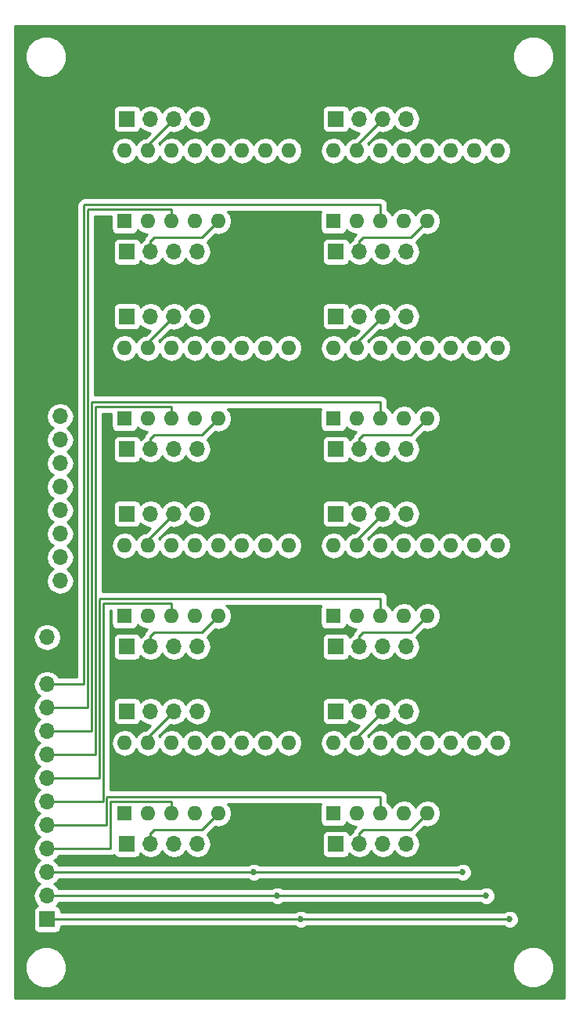
<source format=gbr>
G04 #@! TF.FileFunction,Copper,L1,Top,Signal*
%FSLAX46Y46*%
G04 Gerber Fmt 4.6, Leading zero omitted, Abs format (unit mm)*
G04 Created by KiCad (PCBNEW 4.0.7) date 05/15/18 20:27:53*
%MOMM*%
%LPD*%
G01*
G04 APERTURE LIST*
%ADD10C,0.100000*%
%ADD11R,1.700000X1.700000*%
%ADD12O,1.700000X1.700000*%
%ADD13R,1.600000X1.600000*%
%ADD14O,1.600000X1.600000*%
%ADD15C,0.685800*%
%ADD16C,0.254000*%
%ADD17C,0.203200*%
G04 APERTURE END LIST*
D10*
D11*
X37084000Y-78486000D03*
D12*
X39624000Y-78486000D03*
X42164000Y-78486000D03*
X44704000Y-78486000D03*
D11*
X37084000Y-64135000D03*
D12*
X39624000Y-64135000D03*
X42164000Y-64135000D03*
X44704000Y-64135000D03*
D13*
X36830000Y-75184000D03*
D14*
X54610000Y-67564000D03*
X39370000Y-75184000D03*
X52070000Y-67564000D03*
X41910000Y-75184000D03*
X49530000Y-67564000D03*
X44450000Y-75184000D03*
X46990000Y-67564000D03*
X46990000Y-75184000D03*
X44450000Y-67564000D03*
X49530000Y-75184000D03*
X41910000Y-67564000D03*
X52070000Y-75184000D03*
X39370000Y-67564000D03*
X54610000Y-75184000D03*
X36830000Y-67564000D03*
D13*
X59436000Y-75184000D03*
D14*
X77216000Y-67564000D03*
X61976000Y-75184000D03*
X74676000Y-67564000D03*
X64516000Y-75184000D03*
X72136000Y-67564000D03*
X67056000Y-75184000D03*
X69596000Y-67564000D03*
X69596000Y-75184000D03*
X67056000Y-67564000D03*
X72136000Y-75184000D03*
X64516000Y-67564000D03*
X74676000Y-75184000D03*
X61976000Y-67564000D03*
X77216000Y-75184000D03*
X59436000Y-67564000D03*
D11*
X59690000Y-64135000D03*
D12*
X62230000Y-64135000D03*
X64770000Y-64135000D03*
X67310000Y-64135000D03*
D11*
X59690000Y-78486000D03*
D12*
X62230000Y-78486000D03*
X64770000Y-78486000D03*
X67310000Y-78486000D03*
D11*
X59690000Y-57150000D03*
D12*
X62230000Y-57150000D03*
X64770000Y-57150000D03*
X67310000Y-57150000D03*
D11*
X59690000Y-42799000D03*
D12*
X62230000Y-42799000D03*
X64770000Y-42799000D03*
X67310000Y-42799000D03*
D13*
X59436000Y-53848000D03*
D14*
X77216000Y-46228000D03*
X61976000Y-53848000D03*
X74676000Y-46228000D03*
X64516000Y-53848000D03*
X72136000Y-46228000D03*
X67056000Y-53848000D03*
X69596000Y-46228000D03*
X69596000Y-53848000D03*
X67056000Y-46228000D03*
X72136000Y-53848000D03*
X64516000Y-46228000D03*
X74676000Y-53848000D03*
X61976000Y-46228000D03*
X77216000Y-53848000D03*
X59436000Y-46228000D03*
D13*
X36830000Y-53848000D03*
D14*
X54610000Y-46228000D03*
X39370000Y-53848000D03*
X52070000Y-46228000D03*
X41910000Y-53848000D03*
X49530000Y-46228000D03*
X44450000Y-53848000D03*
X46990000Y-46228000D03*
X46990000Y-53848000D03*
X44450000Y-46228000D03*
X49530000Y-53848000D03*
X41910000Y-46228000D03*
X52070000Y-53848000D03*
X39370000Y-46228000D03*
X54610000Y-53848000D03*
X36830000Y-46228000D03*
D11*
X37084000Y-42799000D03*
D12*
X39624000Y-42799000D03*
X42164000Y-42799000D03*
X44704000Y-42799000D03*
D11*
X37084000Y-57150000D03*
D12*
X39624000Y-57150000D03*
X42164000Y-57150000D03*
X44704000Y-57150000D03*
D11*
X37084000Y-99822000D03*
D12*
X39624000Y-99822000D03*
X42164000Y-99822000D03*
X44704000Y-99822000D03*
D11*
X37084000Y-85471000D03*
D12*
X39624000Y-85471000D03*
X42164000Y-85471000D03*
X44704000Y-85471000D03*
D13*
X36830000Y-96520000D03*
D14*
X54610000Y-88900000D03*
X39370000Y-96520000D03*
X52070000Y-88900000D03*
X41910000Y-96520000D03*
X49530000Y-88900000D03*
X44450000Y-96520000D03*
X46990000Y-88900000D03*
X46990000Y-96520000D03*
X44450000Y-88900000D03*
X49530000Y-96520000D03*
X41910000Y-88900000D03*
X52070000Y-96520000D03*
X39370000Y-88900000D03*
X54610000Y-96520000D03*
X36830000Y-88900000D03*
D13*
X59436000Y-96520000D03*
D14*
X77216000Y-88900000D03*
X61976000Y-96520000D03*
X74676000Y-88900000D03*
X64516000Y-96520000D03*
X72136000Y-88900000D03*
X67056000Y-96520000D03*
X69596000Y-88900000D03*
X69596000Y-96520000D03*
X67056000Y-88900000D03*
X72136000Y-96520000D03*
X64516000Y-88900000D03*
X74676000Y-96520000D03*
X61976000Y-88900000D03*
X77216000Y-96520000D03*
X59436000Y-88900000D03*
D11*
X59690000Y-85471000D03*
D12*
X62230000Y-85471000D03*
X64770000Y-85471000D03*
X67310000Y-85471000D03*
D11*
X59690000Y-99822000D03*
D12*
X62230000Y-99822000D03*
X64770000Y-99822000D03*
X67310000Y-99822000D03*
D11*
X59690000Y-121158000D03*
D12*
X62230000Y-121158000D03*
X64770000Y-121158000D03*
X67310000Y-121158000D03*
D11*
X59690000Y-106807000D03*
D12*
X62230000Y-106807000D03*
X64770000Y-106807000D03*
X67310000Y-106807000D03*
D13*
X59436000Y-117856000D03*
D14*
X77216000Y-110236000D03*
X61976000Y-117856000D03*
X74676000Y-110236000D03*
X64516000Y-117856000D03*
X72136000Y-110236000D03*
X67056000Y-117856000D03*
X69596000Y-110236000D03*
X69596000Y-117856000D03*
X67056000Y-110236000D03*
X72136000Y-117856000D03*
X64516000Y-110236000D03*
X74676000Y-117856000D03*
X61976000Y-110236000D03*
X77216000Y-117856000D03*
X59436000Y-110236000D03*
D11*
X28448000Y-129286000D03*
D12*
X28448000Y-126746000D03*
X28448000Y-124206000D03*
X28448000Y-121666000D03*
X28448000Y-119126000D03*
X28448000Y-116586000D03*
X28448000Y-114046000D03*
X28448000Y-111506000D03*
X28448000Y-108966000D03*
X28448000Y-106426000D03*
X28448000Y-103886000D03*
X28448000Y-101346000D03*
X28448000Y-98806000D03*
D13*
X36830000Y-117856000D03*
D14*
X54610000Y-110236000D03*
X39370000Y-117856000D03*
X52070000Y-110236000D03*
X41910000Y-117856000D03*
X49530000Y-110236000D03*
X44450000Y-117856000D03*
X46990000Y-110236000D03*
X46990000Y-117856000D03*
X44450000Y-110236000D03*
X49530000Y-117856000D03*
X41910000Y-110236000D03*
X52070000Y-117856000D03*
X39370000Y-110236000D03*
X54610000Y-117856000D03*
X36830000Y-110236000D03*
D11*
X37084000Y-106807000D03*
D12*
X39624000Y-106807000D03*
X42164000Y-106807000D03*
X44704000Y-106807000D03*
D11*
X37084000Y-121158000D03*
D12*
X39624000Y-121158000D03*
X42164000Y-121158000D03*
X44704000Y-121158000D03*
D11*
X27305000Y-74930000D03*
D12*
X29845000Y-74930000D03*
X27305000Y-77470000D03*
X29845000Y-77470000D03*
X27305000Y-80010000D03*
X29845000Y-80010000D03*
X27305000Y-82550000D03*
X29845000Y-82550000D03*
X27305000Y-85090000D03*
X29845000Y-85090000D03*
X27305000Y-87630000D03*
X29845000Y-87630000D03*
X27305000Y-90170000D03*
X29845000Y-90170000D03*
X27305000Y-92710000D03*
X29845000Y-92710000D03*
D15*
X50800000Y-124206000D03*
X73406000Y-124206000D03*
X53340000Y-126746000D03*
X75946000Y-126746000D03*
X55880000Y-129286000D03*
X78486000Y-129286000D03*
D16*
X41910000Y-117856000D02*
X41910000Y-116586000D01*
X35306000Y-121666000D02*
X28448000Y-121666000D01*
X35306000Y-116586000D02*
X35306000Y-121666000D01*
X41910000Y-116586000D02*
X35306000Y-116586000D01*
X35941000Y-116078000D02*
X64516000Y-116078000D01*
X34899598Y-116103402D02*
X34925000Y-116078000D01*
X34925000Y-116078000D02*
X35941000Y-116078000D01*
X34899598Y-116713000D02*
X34899598Y-116103402D01*
X64516000Y-116078000D02*
X64516000Y-117856000D01*
X34899598Y-116586000D02*
X34899598Y-116713000D01*
X34899598Y-116713000D02*
X34899598Y-119126000D01*
X34899598Y-119126000D02*
X28448000Y-119126000D01*
X34493196Y-116586000D02*
X34493196Y-95173804D01*
X28448000Y-116586000D02*
X34493196Y-116586000D01*
X41910000Y-95123000D02*
X35179000Y-95123000D01*
X41910000Y-95123000D02*
X41910000Y-96520000D01*
X34544000Y-95123000D02*
X35179000Y-95123000D01*
X34493196Y-95173804D02*
X34544000Y-95123000D01*
X34163000Y-94615000D02*
X64516000Y-94615000D01*
X34086794Y-94691206D02*
X34163000Y-94615000D01*
X28448000Y-114046000D02*
X34086794Y-114046000D01*
X34086794Y-114046000D02*
X34086794Y-95005466D01*
X34086794Y-95005466D02*
X34086794Y-94691206D01*
X64516000Y-94615000D02*
X64516000Y-96520000D01*
X33655000Y-111506000D02*
X33655000Y-73914000D01*
X28448000Y-111506000D02*
X33655000Y-111506000D01*
X41910000Y-73914000D02*
X35179000Y-73914000D01*
X41910000Y-73914000D02*
X41910000Y-75184000D01*
X33655000Y-73914000D02*
X35179000Y-73914000D01*
X33274000Y-73406000D02*
X64516000Y-73406000D01*
X33248598Y-73431402D02*
X33274000Y-73406000D01*
X33248598Y-73914000D02*
X33248598Y-108966000D01*
X28448000Y-108966000D02*
X33248598Y-108966000D01*
X33248598Y-73914000D02*
X33248598Y-73431402D01*
X64516000Y-73406000D02*
X64516000Y-75184000D01*
X32842196Y-106426000D02*
X32842196Y-52628804D01*
X28448000Y-106426000D02*
X32842196Y-106426000D01*
X41910000Y-52578000D02*
X35179000Y-52578000D01*
X41910000Y-52578000D02*
X41910000Y-53848000D01*
X32893000Y-52578000D02*
X35179000Y-52578000D01*
X32842196Y-52628804D02*
X32893000Y-52578000D01*
X64516000Y-53848000D02*
X64516000Y-52070000D01*
X32435794Y-52146206D02*
X32512000Y-52070000D01*
X32512000Y-52070000D02*
X64516000Y-52070000D01*
X32435794Y-103886000D02*
X28448000Y-103886000D01*
X32435794Y-103886000D02*
X32435794Y-52146206D01*
X50800000Y-124206000D02*
X28448000Y-124206000D01*
X73406000Y-124206000D02*
X50800000Y-124206000D01*
X53340000Y-126746000D02*
X75946000Y-126746000D01*
X28448000Y-126746000D02*
X53340000Y-126746000D01*
X55880000Y-129286000D02*
X28448000Y-129286000D01*
X78486000Y-129286000D02*
X55880000Y-129286000D01*
X39370000Y-110236000D02*
X39370000Y-109601000D01*
X39370000Y-109601000D02*
X42164000Y-106807000D01*
D17*
X39370000Y-109601000D02*
X42164000Y-106807000D01*
D16*
X46990000Y-117856000D02*
X45212000Y-119634000D01*
X45212000Y-119634000D02*
X40005000Y-119634000D01*
X40005000Y-119634000D02*
X39624000Y-120015000D01*
X39624000Y-120015000D02*
X39624000Y-121158000D01*
D17*
X39624000Y-121158000D02*
X39624000Y-120015000D01*
X40005000Y-119634000D02*
X45212000Y-119634000D01*
X39624000Y-120015000D02*
X40005000Y-119634000D01*
D16*
X61976000Y-110236000D02*
X61976000Y-109601000D01*
X61976000Y-109601000D02*
X64770000Y-106807000D01*
D17*
X61976000Y-109601000D02*
X64770000Y-106807000D01*
D16*
X69596000Y-117856000D02*
X67818000Y-119634000D01*
X67818000Y-119634000D02*
X62611000Y-119634000D01*
X62611000Y-119634000D02*
X62230000Y-120015000D01*
X62230000Y-120015000D02*
X62230000Y-121158000D01*
D17*
X62230000Y-120015000D02*
X62611000Y-119634000D01*
X62611000Y-119634000D02*
X67818000Y-119634000D01*
X62230000Y-121158000D02*
X62230000Y-120015000D01*
D16*
X39370000Y-88900000D02*
X39370000Y-88265000D01*
X39370000Y-88265000D02*
X42164000Y-85471000D01*
D17*
X39370000Y-88265000D02*
X42164000Y-85471000D01*
D16*
X46990000Y-96520000D02*
X45212000Y-98298000D01*
X45212000Y-98298000D02*
X40005000Y-98298000D01*
X40005000Y-98298000D02*
X39624000Y-98679000D01*
X39624000Y-98679000D02*
X39624000Y-99822000D01*
D17*
X39624000Y-98679000D02*
X40005000Y-98298000D01*
X40005000Y-98298000D02*
X45212000Y-98298000D01*
X39624000Y-99822000D02*
X39624000Y-98679000D01*
D16*
X61976000Y-88900000D02*
X61976000Y-88265000D01*
X61976000Y-88265000D02*
X64770000Y-85471000D01*
D17*
X61976000Y-88265000D02*
X64770000Y-85471000D01*
D16*
X69596000Y-96520000D02*
X67818000Y-98298000D01*
X67818000Y-98298000D02*
X62611000Y-98298000D01*
X62611000Y-98298000D02*
X62230000Y-98679000D01*
X62230000Y-98679000D02*
X62230000Y-99822000D01*
D17*
X62230000Y-99822000D02*
X62230000Y-98679000D01*
X62611000Y-98298000D02*
X67818000Y-98298000D01*
X62230000Y-98679000D02*
X62611000Y-98298000D01*
D16*
X39370000Y-67564000D02*
X39370000Y-66929000D01*
X39370000Y-66929000D02*
X42164000Y-64135000D01*
D17*
X39370000Y-66929000D02*
X42164000Y-64135000D01*
D16*
X46990000Y-75184000D02*
X45212000Y-76962000D01*
X45212000Y-76962000D02*
X40005000Y-76962000D01*
X40005000Y-76962000D02*
X39624000Y-77343000D01*
X39624000Y-77343000D02*
X39624000Y-78486000D01*
D17*
X39624000Y-77343000D02*
X40005000Y-76962000D01*
X40005000Y-76962000D02*
X45212000Y-76962000D01*
X39624000Y-78486000D02*
X39624000Y-77343000D01*
D16*
X61976000Y-67564000D02*
X61976000Y-66929000D01*
X61976000Y-66929000D02*
X64770000Y-64135000D01*
D17*
X61976000Y-66929000D02*
X64770000Y-64135000D01*
D16*
X69596000Y-75184000D02*
X67818000Y-76962000D01*
X67818000Y-76962000D02*
X62611000Y-76962000D01*
X62611000Y-76962000D02*
X62230000Y-77343000D01*
X62230000Y-77343000D02*
X62230000Y-78486000D01*
D17*
X62230000Y-78486000D02*
X62230000Y-77343000D01*
X62611000Y-76962000D02*
X67818000Y-76962000D01*
X62230000Y-77343000D02*
X62611000Y-76962000D01*
D16*
X39370000Y-46228000D02*
X39370000Y-45593000D01*
X39370000Y-45593000D02*
X42164000Y-42799000D01*
D17*
X39370000Y-45593000D02*
X42164000Y-42799000D01*
D16*
X46990000Y-53848000D02*
X45212000Y-55626000D01*
X45212000Y-55626000D02*
X40005000Y-55626000D01*
X40005000Y-55626000D02*
X39624000Y-56007000D01*
X39624000Y-56007000D02*
X39624000Y-57150000D01*
D17*
X39624000Y-57150000D02*
X39624000Y-56007000D01*
X40005000Y-55626000D02*
X45212000Y-55626000D01*
X39624000Y-56007000D02*
X40005000Y-55626000D01*
D16*
X61976000Y-46228000D02*
X61976000Y-45593000D01*
X61976000Y-45593000D02*
X64770000Y-42799000D01*
D17*
X61976000Y-45593000D02*
X64770000Y-42799000D01*
D16*
X69596000Y-53848000D02*
X67818000Y-55626000D01*
X67818000Y-55626000D02*
X62611000Y-55626000D01*
X62611000Y-55626000D02*
X62230000Y-56007000D01*
X62230000Y-56007000D02*
X62230000Y-57150000D01*
D17*
X62230000Y-56007000D02*
X62611000Y-55626000D01*
X62611000Y-55626000D02*
X67818000Y-55626000D01*
X62230000Y-57150000D02*
X62230000Y-56007000D01*
D16*
G36*
X84380000Y-137847000D02*
X24967000Y-137847000D01*
X24967000Y-134935619D01*
X26085613Y-134935619D01*
X26425155Y-135757372D01*
X27053321Y-136386636D01*
X27874481Y-136727611D01*
X28763619Y-136728387D01*
X29585372Y-136388845D01*
X30214636Y-135760679D01*
X30555611Y-134939519D01*
X30555614Y-134935619D01*
X78790613Y-134935619D01*
X79130155Y-135757372D01*
X79758321Y-136386636D01*
X80579481Y-136727611D01*
X81468619Y-136728387D01*
X82290372Y-136388845D01*
X82919636Y-135760679D01*
X83260611Y-134939519D01*
X83261387Y-134050381D01*
X82921845Y-133228628D01*
X82293679Y-132599364D01*
X81472519Y-132258389D01*
X80583381Y-132257613D01*
X79761628Y-132597155D01*
X79132364Y-133225321D01*
X78791389Y-134046481D01*
X78790613Y-134935619D01*
X30555614Y-134935619D01*
X30556387Y-134050381D01*
X30216845Y-133228628D01*
X29588679Y-132599364D01*
X28767519Y-132258389D01*
X27878381Y-132257613D01*
X27056628Y-132597155D01*
X26427364Y-133225321D01*
X26086389Y-134046481D01*
X26085613Y-134935619D01*
X24967000Y-134935619D01*
X24967000Y-103886000D01*
X26933907Y-103886000D01*
X27046946Y-104454285D01*
X27368853Y-104936054D01*
X27698026Y-105156000D01*
X27368853Y-105375946D01*
X27046946Y-105857715D01*
X26933907Y-106426000D01*
X27046946Y-106994285D01*
X27368853Y-107476054D01*
X27698026Y-107696000D01*
X27368853Y-107915946D01*
X27046946Y-108397715D01*
X26933907Y-108966000D01*
X27046946Y-109534285D01*
X27368853Y-110016054D01*
X27698026Y-110236000D01*
X27368853Y-110455946D01*
X27046946Y-110937715D01*
X26933907Y-111506000D01*
X27046946Y-112074285D01*
X27368853Y-112556054D01*
X27698026Y-112776000D01*
X27368853Y-112995946D01*
X27046946Y-113477715D01*
X26933907Y-114046000D01*
X27046946Y-114614285D01*
X27368853Y-115096054D01*
X27698026Y-115316000D01*
X27368853Y-115535946D01*
X27046946Y-116017715D01*
X26933907Y-116586000D01*
X27046946Y-117154285D01*
X27368853Y-117636054D01*
X27698026Y-117856000D01*
X27368853Y-118075946D01*
X27046946Y-118557715D01*
X26933907Y-119126000D01*
X27046946Y-119694285D01*
X27368853Y-120176054D01*
X27698026Y-120396000D01*
X27368853Y-120615946D01*
X27046946Y-121097715D01*
X26933907Y-121666000D01*
X27046946Y-122234285D01*
X27368853Y-122716054D01*
X27698026Y-122936000D01*
X27368853Y-123155946D01*
X27046946Y-123637715D01*
X26933907Y-124206000D01*
X27046946Y-124774285D01*
X27368853Y-125256054D01*
X27698026Y-125476000D01*
X27368853Y-125695946D01*
X27046946Y-126177715D01*
X26933907Y-126746000D01*
X27046946Y-127314285D01*
X27368853Y-127796054D01*
X27410452Y-127823850D01*
X27362683Y-127832838D01*
X27146559Y-127971910D01*
X27001569Y-128184110D01*
X26950560Y-128436000D01*
X26950560Y-130136000D01*
X26994838Y-130371317D01*
X27133910Y-130587441D01*
X27346110Y-130732431D01*
X27598000Y-130783440D01*
X29298000Y-130783440D01*
X29533317Y-130739162D01*
X29749441Y-130600090D01*
X29894431Y-130387890D01*
X29945440Y-130136000D01*
X29945440Y-130048000D01*
X55258917Y-130048000D01*
X55325341Y-130114540D01*
X55684630Y-130263730D01*
X56073663Y-130264069D01*
X56433212Y-130115507D01*
X56500837Y-130048000D01*
X77864917Y-130048000D01*
X77931341Y-130114540D01*
X78290630Y-130263730D01*
X78679663Y-130264069D01*
X79039212Y-130115507D01*
X79314540Y-129840659D01*
X79463730Y-129481370D01*
X79464069Y-129092337D01*
X79315507Y-128732788D01*
X79040659Y-128457460D01*
X78681370Y-128308270D01*
X78292337Y-128307931D01*
X77932788Y-128456493D01*
X77865163Y-128524000D01*
X56501083Y-128524000D01*
X56434659Y-128457460D01*
X56075370Y-128308270D01*
X55686337Y-128307931D01*
X55326788Y-128456493D01*
X55259163Y-128524000D01*
X29945440Y-128524000D01*
X29945440Y-128436000D01*
X29901162Y-128200683D01*
X29762090Y-127984559D01*
X29549890Y-127839569D01*
X29482459Y-127825914D01*
X29527147Y-127796054D01*
X29719618Y-127508000D01*
X52718917Y-127508000D01*
X52785341Y-127574540D01*
X53144630Y-127723730D01*
X53533663Y-127724069D01*
X53893212Y-127575507D01*
X53960837Y-127508000D01*
X75324917Y-127508000D01*
X75391341Y-127574540D01*
X75750630Y-127723730D01*
X76139663Y-127724069D01*
X76499212Y-127575507D01*
X76774540Y-127300659D01*
X76923730Y-126941370D01*
X76924069Y-126552337D01*
X76775507Y-126192788D01*
X76500659Y-125917460D01*
X76141370Y-125768270D01*
X75752337Y-125767931D01*
X75392788Y-125916493D01*
X75325163Y-125984000D01*
X53961083Y-125984000D01*
X53894659Y-125917460D01*
X53535370Y-125768270D01*
X53146337Y-125767931D01*
X52786788Y-125916493D01*
X52719163Y-125984000D01*
X29719618Y-125984000D01*
X29527147Y-125695946D01*
X29197974Y-125476000D01*
X29527147Y-125256054D01*
X29719618Y-124968000D01*
X50178917Y-124968000D01*
X50245341Y-125034540D01*
X50604630Y-125183730D01*
X50993663Y-125184069D01*
X51353212Y-125035507D01*
X51420837Y-124968000D01*
X72784917Y-124968000D01*
X72851341Y-125034540D01*
X73210630Y-125183730D01*
X73599663Y-125184069D01*
X73959212Y-125035507D01*
X74234540Y-124760659D01*
X74383730Y-124401370D01*
X74384069Y-124012337D01*
X74235507Y-123652788D01*
X73960659Y-123377460D01*
X73601370Y-123228270D01*
X73212337Y-123227931D01*
X72852788Y-123376493D01*
X72785163Y-123444000D01*
X51421083Y-123444000D01*
X51354659Y-123377460D01*
X50995370Y-123228270D01*
X50606337Y-123227931D01*
X50246788Y-123376493D01*
X50179163Y-123444000D01*
X29719618Y-123444000D01*
X29527147Y-123155946D01*
X29197974Y-122936000D01*
X29527147Y-122716054D01*
X29719618Y-122428000D01*
X35306000Y-122428000D01*
X35597605Y-122369996D01*
X35677851Y-122316377D01*
X35769910Y-122459441D01*
X35982110Y-122604431D01*
X36234000Y-122655440D01*
X37934000Y-122655440D01*
X38169317Y-122611162D01*
X38385441Y-122472090D01*
X38530431Y-122259890D01*
X38544086Y-122192459D01*
X38573946Y-122237147D01*
X39055715Y-122559054D01*
X39624000Y-122672093D01*
X40192285Y-122559054D01*
X40674054Y-122237147D01*
X40894000Y-121907974D01*
X41113946Y-122237147D01*
X41595715Y-122559054D01*
X42164000Y-122672093D01*
X42732285Y-122559054D01*
X43214054Y-122237147D01*
X43434000Y-121907974D01*
X43653946Y-122237147D01*
X44135715Y-122559054D01*
X44704000Y-122672093D01*
X45272285Y-122559054D01*
X45754054Y-122237147D01*
X46075961Y-121755378D01*
X46189000Y-121187093D01*
X46189000Y-121128907D01*
X46075961Y-120560622D01*
X45790392Y-120133238D01*
X46668473Y-119255157D01*
X46990000Y-119319113D01*
X47539151Y-119209880D01*
X48004698Y-118898811D01*
X48315767Y-118433264D01*
X48425000Y-117884113D01*
X48425000Y-117827887D01*
X48315767Y-117278736D01*
X48022613Y-116840000D01*
X58032301Y-116840000D01*
X57988560Y-117056000D01*
X57988560Y-118656000D01*
X58032838Y-118891317D01*
X58171910Y-119107441D01*
X58384110Y-119252431D01*
X58636000Y-119303440D01*
X60236000Y-119303440D01*
X60471317Y-119259162D01*
X60687441Y-119120090D01*
X60832431Y-118907890D01*
X60863815Y-118752911D01*
X60961302Y-118898811D01*
X61426849Y-119209880D01*
X61869451Y-119297919D01*
X61691185Y-119476185D01*
X61526004Y-119723395D01*
X61497505Y-119866667D01*
X61179946Y-120078853D01*
X61152150Y-120120452D01*
X61143162Y-120072683D01*
X61004090Y-119856559D01*
X60791890Y-119711569D01*
X60540000Y-119660560D01*
X58840000Y-119660560D01*
X58604683Y-119704838D01*
X58388559Y-119843910D01*
X58243569Y-120056110D01*
X58192560Y-120308000D01*
X58192560Y-122008000D01*
X58236838Y-122243317D01*
X58375910Y-122459441D01*
X58588110Y-122604431D01*
X58840000Y-122655440D01*
X60540000Y-122655440D01*
X60775317Y-122611162D01*
X60991441Y-122472090D01*
X61136431Y-122259890D01*
X61150086Y-122192459D01*
X61179946Y-122237147D01*
X61661715Y-122559054D01*
X62230000Y-122672093D01*
X62798285Y-122559054D01*
X63280054Y-122237147D01*
X63500000Y-121907974D01*
X63719946Y-122237147D01*
X64201715Y-122559054D01*
X64770000Y-122672093D01*
X65338285Y-122559054D01*
X65820054Y-122237147D01*
X66040000Y-121907974D01*
X66259946Y-122237147D01*
X66741715Y-122559054D01*
X67310000Y-122672093D01*
X67878285Y-122559054D01*
X68360054Y-122237147D01*
X68681961Y-121755378D01*
X68795000Y-121187093D01*
X68795000Y-121128907D01*
X68681961Y-120560622D01*
X68396392Y-120133238D01*
X69274473Y-119255157D01*
X69596000Y-119319113D01*
X70145151Y-119209880D01*
X70610698Y-118898811D01*
X70921767Y-118433264D01*
X71031000Y-117884113D01*
X71031000Y-117827887D01*
X70921767Y-117278736D01*
X70610698Y-116813189D01*
X70145151Y-116502120D01*
X69596000Y-116392887D01*
X69046849Y-116502120D01*
X68581302Y-116813189D01*
X68326000Y-117195275D01*
X68070698Y-116813189D01*
X67605151Y-116502120D01*
X67056000Y-116392887D01*
X66506849Y-116502120D01*
X66041302Y-116813189D01*
X65786000Y-117195275D01*
X65530698Y-116813189D01*
X65278000Y-116644341D01*
X65278000Y-116078000D01*
X65219996Y-115786395D01*
X65054815Y-115539185D01*
X64807605Y-115374004D01*
X64516000Y-115316000D01*
X35255196Y-115316000D01*
X35255196Y-110207887D01*
X35395000Y-110207887D01*
X35395000Y-110264113D01*
X35504233Y-110813264D01*
X35815302Y-111278811D01*
X36280849Y-111589880D01*
X36830000Y-111699113D01*
X37379151Y-111589880D01*
X37844698Y-111278811D01*
X38100000Y-110896725D01*
X38355302Y-111278811D01*
X38820849Y-111589880D01*
X39370000Y-111699113D01*
X39919151Y-111589880D01*
X40384698Y-111278811D01*
X40640000Y-110896725D01*
X40895302Y-111278811D01*
X41360849Y-111589880D01*
X41910000Y-111699113D01*
X42459151Y-111589880D01*
X42924698Y-111278811D01*
X43180000Y-110896725D01*
X43435302Y-111278811D01*
X43900849Y-111589880D01*
X44450000Y-111699113D01*
X44999151Y-111589880D01*
X45464698Y-111278811D01*
X45720000Y-110896725D01*
X45975302Y-111278811D01*
X46440849Y-111589880D01*
X46990000Y-111699113D01*
X47539151Y-111589880D01*
X48004698Y-111278811D01*
X48260000Y-110896725D01*
X48515302Y-111278811D01*
X48980849Y-111589880D01*
X49530000Y-111699113D01*
X50079151Y-111589880D01*
X50544698Y-111278811D01*
X50800000Y-110896725D01*
X51055302Y-111278811D01*
X51520849Y-111589880D01*
X52070000Y-111699113D01*
X52619151Y-111589880D01*
X53084698Y-111278811D01*
X53340000Y-110896725D01*
X53595302Y-111278811D01*
X54060849Y-111589880D01*
X54610000Y-111699113D01*
X55159151Y-111589880D01*
X55624698Y-111278811D01*
X55935767Y-110813264D01*
X56045000Y-110264113D01*
X56045000Y-110207887D01*
X58001000Y-110207887D01*
X58001000Y-110264113D01*
X58110233Y-110813264D01*
X58421302Y-111278811D01*
X58886849Y-111589880D01*
X59436000Y-111699113D01*
X59985151Y-111589880D01*
X60450698Y-111278811D01*
X60706000Y-110896725D01*
X60961302Y-111278811D01*
X61426849Y-111589880D01*
X61976000Y-111699113D01*
X62525151Y-111589880D01*
X62990698Y-111278811D01*
X63246000Y-110896725D01*
X63501302Y-111278811D01*
X63966849Y-111589880D01*
X64516000Y-111699113D01*
X65065151Y-111589880D01*
X65530698Y-111278811D01*
X65786000Y-110896725D01*
X66041302Y-111278811D01*
X66506849Y-111589880D01*
X67056000Y-111699113D01*
X67605151Y-111589880D01*
X68070698Y-111278811D01*
X68326000Y-110896725D01*
X68581302Y-111278811D01*
X69046849Y-111589880D01*
X69596000Y-111699113D01*
X70145151Y-111589880D01*
X70610698Y-111278811D01*
X70866000Y-110896725D01*
X71121302Y-111278811D01*
X71586849Y-111589880D01*
X72136000Y-111699113D01*
X72685151Y-111589880D01*
X73150698Y-111278811D01*
X73406000Y-110896725D01*
X73661302Y-111278811D01*
X74126849Y-111589880D01*
X74676000Y-111699113D01*
X75225151Y-111589880D01*
X75690698Y-111278811D01*
X75946000Y-110896725D01*
X76201302Y-111278811D01*
X76666849Y-111589880D01*
X77216000Y-111699113D01*
X77765151Y-111589880D01*
X78230698Y-111278811D01*
X78541767Y-110813264D01*
X78651000Y-110264113D01*
X78651000Y-110207887D01*
X78541767Y-109658736D01*
X78230698Y-109193189D01*
X77765151Y-108882120D01*
X77216000Y-108772887D01*
X76666849Y-108882120D01*
X76201302Y-109193189D01*
X75946000Y-109575275D01*
X75690698Y-109193189D01*
X75225151Y-108882120D01*
X74676000Y-108772887D01*
X74126849Y-108882120D01*
X73661302Y-109193189D01*
X73406000Y-109575275D01*
X73150698Y-109193189D01*
X72685151Y-108882120D01*
X72136000Y-108772887D01*
X71586849Y-108882120D01*
X71121302Y-109193189D01*
X70866000Y-109575275D01*
X70610698Y-109193189D01*
X70145151Y-108882120D01*
X69596000Y-108772887D01*
X69046849Y-108882120D01*
X68581302Y-109193189D01*
X68326000Y-109575275D01*
X68070698Y-109193189D01*
X67605151Y-108882120D01*
X67056000Y-108772887D01*
X66506849Y-108882120D01*
X66041302Y-109193189D01*
X65786000Y-109575275D01*
X65530698Y-109193189D01*
X65065151Y-108882120D01*
X64516000Y-108772887D01*
X63966849Y-108882120D01*
X63501302Y-109193189D01*
X63246000Y-109575275D01*
X63179251Y-109475379D01*
X64405951Y-108248679D01*
X64770000Y-108321093D01*
X65338285Y-108208054D01*
X65820054Y-107886147D01*
X66040000Y-107556974D01*
X66259946Y-107886147D01*
X66741715Y-108208054D01*
X67310000Y-108321093D01*
X67878285Y-108208054D01*
X68360054Y-107886147D01*
X68681961Y-107404378D01*
X68795000Y-106836093D01*
X68795000Y-106777907D01*
X68681961Y-106209622D01*
X68360054Y-105727853D01*
X67878285Y-105405946D01*
X67310000Y-105292907D01*
X66741715Y-105405946D01*
X66259946Y-105727853D01*
X66040000Y-106057026D01*
X65820054Y-105727853D01*
X65338285Y-105405946D01*
X64770000Y-105292907D01*
X64201715Y-105405946D01*
X63719946Y-105727853D01*
X63500000Y-106057026D01*
X63280054Y-105727853D01*
X62798285Y-105405946D01*
X62230000Y-105292907D01*
X61661715Y-105405946D01*
X61179946Y-105727853D01*
X61152150Y-105769452D01*
X61143162Y-105721683D01*
X61004090Y-105505559D01*
X60791890Y-105360569D01*
X60540000Y-105309560D01*
X58840000Y-105309560D01*
X58604683Y-105353838D01*
X58388559Y-105492910D01*
X58243569Y-105705110D01*
X58192560Y-105957000D01*
X58192560Y-107657000D01*
X58236838Y-107892317D01*
X58375910Y-108108441D01*
X58588110Y-108253431D01*
X58840000Y-108304440D01*
X60540000Y-108304440D01*
X60775317Y-108260162D01*
X60991441Y-108121090D01*
X61136431Y-107908890D01*
X61150086Y-107841459D01*
X61179946Y-107886147D01*
X61661715Y-108208054D01*
X62186858Y-108312512D01*
X61664527Y-108834843D01*
X61426849Y-108882120D01*
X60961302Y-109193189D01*
X60706000Y-109575275D01*
X60450698Y-109193189D01*
X59985151Y-108882120D01*
X59436000Y-108772887D01*
X58886849Y-108882120D01*
X58421302Y-109193189D01*
X58110233Y-109658736D01*
X58001000Y-110207887D01*
X56045000Y-110207887D01*
X55935767Y-109658736D01*
X55624698Y-109193189D01*
X55159151Y-108882120D01*
X54610000Y-108772887D01*
X54060849Y-108882120D01*
X53595302Y-109193189D01*
X53340000Y-109575275D01*
X53084698Y-109193189D01*
X52619151Y-108882120D01*
X52070000Y-108772887D01*
X51520849Y-108882120D01*
X51055302Y-109193189D01*
X50800000Y-109575275D01*
X50544698Y-109193189D01*
X50079151Y-108882120D01*
X49530000Y-108772887D01*
X48980849Y-108882120D01*
X48515302Y-109193189D01*
X48260000Y-109575275D01*
X48004698Y-109193189D01*
X47539151Y-108882120D01*
X46990000Y-108772887D01*
X46440849Y-108882120D01*
X45975302Y-109193189D01*
X45720000Y-109575275D01*
X45464698Y-109193189D01*
X44999151Y-108882120D01*
X44450000Y-108772887D01*
X43900849Y-108882120D01*
X43435302Y-109193189D01*
X43180000Y-109575275D01*
X42924698Y-109193189D01*
X42459151Y-108882120D01*
X41910000Y-108772887D01*
X41360849Y-108882120D01*
X40895302Y-109193189D01*
X40640000Y-109575275D01*
X40573251Y-109475379D01*
X41799951Y-108248679D01*
X42164000Y-108321093D01*
X42732285Y-108208054D01*
X43214054Y-107886147D01*
X43434000Y-107556974D01*
X43653946Y-107886147D01*
X44135715Y-108208054D01*
X44704000Y-108321093D01*
X45272285Y-108208054D01*
X45754054Y-107886147D01*
X46075961Y-107404378D01*
X46189000Y-106836093D01*
X46189000Y-106777907D01*
X46075961Y-106209622D01*
X45754054Y-105727853D01*
X45272285Y-105405946D01*
X44704000Y-105292907D01*
X44135715Y-105405946D01*
X43653946Y-105727853D01*
X43434000Y-106057026D01*
X43214054Y-105727853D01*
X42732285Y-105405946D01*
X42164000Y-105292907D01*
X41595715Y-105405946D01*
X41113946Y-105727853D01*
X40894000Y-106057026D01*
X40674054Y-105727853D01*
X40192285Y-105405946D01*
X39624000Y-105292907D01*
X39055715Y-105405946D01*
X38573946Y-105727853D01*
X38546150Y-105769452D01*
X38537162Y-105721683D01*
X38398090Y-105505559D01*
X38185890Y-105360569D01*
X37934000Y-105309560D01*
X36234000Y-105309560D01*
X35998683Y-105353838D01*
X35782559Y-105492910D01*
X35637569Y-105705110D01*
X35586560Y-105957000D01*
X35586560Y-107657000D01*
X35630838Y-107892317D01*
X35769910Y-108108441D01*
X35982110Y-108253431D01*
X36234000Y-108304440D01*
X37934000Y-108304440D01*
X38169317Y-108260162D01*
X38385441Y-108121090D01*
X38530431Y-107908890D01*
X38544086Y-107841459D01*
X38573946Y-107886147D01*
X39055715Y-108208054D01*
X39580858Y-108312512D01*
X39058527Y-108834843D01*
X38820849Y-108882120D01*
X38355302Y-109193189D01*
X38100000Y-109575275D01*
X37844698Y-109193189D01*
X37379151Y-108882120D01*
X36830000Y-108772887D01*
X36280849Y-108882120D01*
X35815302Y-109193189D01*
X35504233Y-109658736D01*
X35395000Y-110207887D01*
X35255196Y-110207887D01*
X35255196Y-95885000D01*
X35382560Y-95885000D01*
X35382560Y-97320000D01*
X35426838Y-97555317D01*
X35565910Y-97771441D01*
X35778110Y-97916431D01*
X36030000Y-97967440D01*
X37630000Y-97967440D01*
X37865317Y-97923162D01*
X38081441Y-97784090D01*
X38226431Y-97571890D01*
X38257815Y-97416911D01*
X38355302Y-97562811D01*
X38820849Y-97873880D01*
X39263451Y-97961919D01*
X39085185Y-98140185D01*
X38920004Y-98387395D01*
X38891505Y-98530667D01*
X38573946Y-98742853D01*
X38546150Y-98784452D01*
X38537162Y-98736683D01*
X38398090Y-98520559D01*
X38185890Y-98375569D01*
X37934000Y-98324560D01*
X36234000Y-98324560D01*
X35998683Y-98368838D01*
X35782559Y-98507910D01*
X35637569Y-98720110D01*
X35586560Y-98972000D01*
X35586560Y-100672000D01*
X35630838Y-100907317D01*
X35769910Y-101123441D01*
X35982110Y-101268431D01*
X36234000Y-101319440D01*
X37934000Y-101319440D01*
X38169317Y-101275162D01*
X38385441Y-101136090D01*
X38530431Y-100923890D01*
X38544086Y-100856459D01*
X38573946Y-100901147D01*
X39055715Y-101223054D01*
X39624000Y-101336093D01*
X40192285Y-101223054D01*
X40674054Y-100901147D01*
X40894000Y-100571974D01*
X41113946Y-100901147D01*
X41595715Y-101223054D01*
X42164000Y-101336093D01*
X42732285Y-101223054D01*
X43214054Y-100901147D01*
X43434000Y-100571974D01*
X43653946Y-100901147D01*
X44135715Y-101223054D01*
X44704000Y-101336093D01*
X45272285Y-101223054D01*
X45754054Y-100901147D01*
X46075961Y-100419378D01*
X46189000Y-99851093D01*
X46189000Y-99792907D01*
X46075961Y-99224622D01*
X45790392Y-98797238D01*
X46668473Y-97919157D01*
X46990000Y-97983113D01*
X47539151Y-97873880D01*
X48004698Y-97562811D01*
X48315767Y-97097264D01*
X48425000Y-96548113D01*
X48425000Y-96491887D01*
X48315767Y-95942736D01*
X48004698Y-95477189D01*
X47854755Y-95377000D01*
X58101822Y-95377000D01*
X58039569Y-95468110D01*
X57988560Y-95720000D01*
X57988560Y-97320000D01*
X58032838Y-97555317D01*
X58171910Y-97771441D01*
X58384110Y-97916431D01*
X58636000Y-97967440D01*
X60236000Y-97967440D01*
X60471317Y-97923162D01*
X60687441Y-97784090D01*
X60832431Y-97571890D01*
X60863815Y-97416911D01*
X60961302Y-97562811D01*
X61426849Y-97873880D01*
X61869451Y-97961919D01*
X61691185Y-98140185D01*
X61526004Y-98387395D01*
X61497505Y-98530667D01*
X61179946Y-98742853D01*
X61152150Y-98784452D01*
X61143162Y-98736683D01*
X61004090Y-98520559D01*
X60791890Y-98375569D01*
X60540000Y-98324560D01*
X58840000Y-98324560D01*
X58604683Y-98368838D01*
X58388559Y-98507910D01*
X58243569Y-98720110D01*
X58192560Y-98972000D01*
X58192560Y-100672000D01*
X58236838Y-100907317D01*
X58375910Y-101123441D01*
X58588110Y-101268431D01*
X58840000Y-101319440D01*
X60540000Y-101319440D01*
X60775317Y-101275162D01*
X60991441Y-101136090D01*
X61136431Y-100923890D01*
X61150086Y-100856459D01*
X61179946Y-100901147D01*
X61661715Y-101223054D01*
X62230000Y-101336093D01*
X62798285Y-101223054D01*
X63280054Y-100901147D01*
X63500000Y-100571974D01*
X63719946Y-100901147D01*
X64201715Y-101223054D01*
X64770000Y-101336093D01*
X65338285Y-101223054D01*
X65820054Y-100901147D01*
X66040000Y-100571974D01*
X66259946Y-100901147D01*
X66741715Y-101223054D01*
X67310000Y-101336093D01*
X67878285Y-101223054D01*
X68360054Y-100901147D01*
X68681961Y-100419378D01*
X68795000Y-99851093D01*
X68795000Y-99792907D01*
X68681961Y-99224622D01*
X68396392Y-98797238D01*
X69274473Y-97919157D01*
X69596000Y-97983113D01*
X70145151Y-97873880D01*
X70610698Y-97562811D01*
X70921767Y-97097264D01*
X71031000Y-96548113D01*
X71031000Y-96491887D01*
X70921767Y-95942736D01*
X70610698Y-95477189D01*
X70145151Y-95166120D01*
X69596000Y-95056887D01*
X69046849Y-95166120D01*
X68581302Y-95477189D01*
X68326000Y-95859275D01*
X68070698Y-95477189D01*
X67605151Y-95166120D01*
X67056000Y-95056887D01*
X66506849Y-95166120D01*
X66041302Y-95477189D01*
X65786000Y-95859275D01*
X65530698Y-95477189D01*
X65278000Y-95308341D01*
X65278000Y-94615000D01*
X65219996Y-94323395D01*
X65054815Y-94076185D01*
X64807605Y-93911004D01*
X64516000Y-93853000D01*
X34417000Y-93853000D01*
X34417000Y-88871887D01*
X35395000Y-88871887D01*
X35395000Y-88928113D01*
X35504233Y-89477264D01*
X35815302Y-89942811D01*
X36280849Y-90253880D01*
X36830000Y-90363113D01*
X37379151Y-90253880D01*
X37844698Y-89942811D01*
X38100000Y-89560725D01*
X38355302Y-89942811D01*
X38820849Y-90253880D01*
X39370000Y-90363113D01*
X39919151Y-90253880D01*
X40384698Y-89942811D01*
X40640000Y-89560725D01*
X40895302Y-89942811D01*
X41360849Y-90253880D01*
X41910000Y-90363113D01*
X42459151Y-90253880D01*
X42924698Y-89942811D01*
X43180000Y-89560725D01*
X43435302Y-89942811D01*
X43900849Y-90253880D01*
X44450000Y-90363113D01*
X44999151Y-90253880D01*
X45464698Y-89942811D01*
X45720000Y-89560725D01*
X45975302Y-89942811D01*
X46440849Y-90253880D01*
X46990000Y-90363113D01*
X47539151Y-90253880D01*
X48004698Y-89942811D01*
X48260000Y-89560725D01*
X48515302Y-89942811D01*
X48980849Y-90253880D01*
X49530000Y-90363113D01*
X50079151Y-90253880D01*
X50544698Y-89942811D01*
X50800000Y-89560725D01*
X51055302Y-89942811D01*
X51520849Y-90253880D01*
X52070000Y-90363113D01*
X52619151Y-90253880D01*
X53084698Y-89942811D01*
X53340000Y-89560725D01*
X53595302Y-89942811D01*
X54060849Y-90253880D01*
X54610000Y-90363113D01*
X55159151Y-90253880D01*
X55624698Y-89942811D01*
X55935767Y-89477264D01*
X56045000Y-88928113D01*
X56045000Y-88871887D01*
X58001000Y-88871887D01*
X58001000Y-88928113D01*
X58110233Y-89477264D01*
X58421302Y-89942811D01*
X58886849Y-90253880D01*
X59436000Y-90363113D01*
X59985151Y-90253880D01*
X60450698Y-89942811D01*
X60706000Y-89560725D01*
X60961302Y-89942811D01*
X61426849Y-90253880D01*
X61976000Y-90363113D01*
X62525151Y-90253880D01*
X62990698Y-89942811D01*
X63246000Y-89560725D01*
X63501302Y-89942811D01*
X63966849Y-90253880D01*
X64516000Y-90363113D01*
X65065151Y-90253880D01*
X65530698Y-89942811D01*
X65786000Y-89560725D01*
X66041302Y-89942811D01*
X66506849Y-90253880D01*
X67056000Y-90363113D01*
X67605151Y-90253880D01*
X68070698Y-89942811D01*
X68326000Y-89560725D01*
X68581302Y-89942811D01*
X69046849Y-90253880D01*
X69596000Y-90363113D01*
X70145151Y-90253880D01*
X70610698Y-89942811D01*
X70866000Y-89560725D01*
X71121302Y-89942811D01*
X71586849Y-90253880D01*
X72136000Y-90363113D01*
X72685151Y-90253880D01*
X73150698Y-89942811D01*
X73406000Y-89560725D01*
X73661302Y-89942811D01*
X74126849Y-90253880D01*
X74676000Y-90363113D01*
X75225151Y-90253880D01*
X75690698Y-89942811D01*
X75946000Y-89560725D01*
X76201302Y-89942811D01*
X76666849Y-90253880D01*
X77216000Y-90363113D01*
X77765151Y-90253880D01*
X78230698Y-89942811D01*
X78541767Y-89477264D01*
X78651000Y-88928113D01*
X78651000Y-88871887D01*
X78541767Y-88322736D01*
X78230698Y-87857189D01*
X77765151Y-87546120D01*
X77216000Y-87436887D01*
X76666849Y-87546120D01*
X76201302Y-87857189D01*
X75946000Y-88239275D01*
X75690698Y-87857189D01*
X75225151Y-87546120D01*
X74676000Y-87436887D01*
X74126849Y-87546120D01*
X73661302Y-87857189D01*
X73406000Y-88239275D01*
X73150698Y-87857189D01*
X72685151Y-87546120D01*
X72136000Y-87436887D01*
X71586849Y-87546120D01*
X71121302Y-87857189D01*
X70866000Y-88239275D01*
X70610698Y-87857189D01*
X70145151Y-87546120D01*
X69596000Y-87436887D01*
X69046849Y-87546120D01*
X68581302Y-87857189D01*
X68326000Y-88239275D01*
X68070698Y-87857189D01*
X67605151Y-87546120D01*
X67056000Y-87436887D01*
X66506849Y-87546120D01*
X66041302Y-87857189D01*
X65786000Y-88239275D01*
X65530698Y-87857189D01*
X65065151Y-87546120D01*
X64516000Y-87436887D01*
X63966849Y-87546120D01*
X63501302Y-87857189D01*
X63246000Y-88239275D01*
X63179251Y-88139379D01*
X64405951Y-86912679D01*
X64770000Y-86985093D01*
X65338285Y-86872054D01*
X65820054Y-86550147D01*
X66040000Y-86220974D01*
X66259946Y-86550147D01*
X66741715Y-86872054D01*
X67310000Y-86985093D01*
X67878285Y-86872054D01*
X68360054Y-86550147D01*
X68681961Y-86068378D01*
X68795000Y-85500093D01*
X68795000Y-85441907D01*
X68681961Y-84873622D01*
X68360054Y-84391853D01*
X67878285Y-84069946D01*
X67310000Y-83956907D01*
X66741715Y-84069946D01*
X66259946Y-84391853D01*
X66040000Y-84721026D01*
X65820054Y-84391853D01*
X65338285Y-84069946D01*
X64770000Y-83956907D01*
X64201715Y-84069946D01*
X63719946Y-84391853D01*
X63500000Y-84721026D01*
X63280054Y-84391853D01*
X62798285Y-84069946D01*
X62230000Y-83956907D01*
X61661715Y-84069946D01*
X61179946Y-84391853D01*
X61152150Y-84433452D01*
X61143162Y-84385683D01*
X61004090Y-84169559D01*
X60791890Y-84024569D01*
X60540000Y-83973560D01*
X58840000Y-83973560D01*
X58604683Y-84017838D01*
X58388559Y-84156910D01*
X58243569Y-84369110D01*
X58192560Y-84621000D01*
X58192560Y-86321000D01*
X58236838Y-86556317D01*
X58375910Y-86772441D01*
X58588110Y-86917431D01*
X58840000Y-86968440D01*
X60540000Y-86968440D01*
X60775317Y-86924162D01*
X60991441Y-86785090D01*
X61136431Y-86572890D01*
X61150086Y-86505459D01*
X61179946Y-86550147D01*
X61661715Y-86872054D01*
X62186858Y-86976512D01*
X61664527Y-87498843D01*
X61426849Y-87546120D01*
X60961302Y-87857189D01*
X60706000Y-88239275D01*
X60450698Y-87857189D01*
X59985151Y-87546120D01*
X59436000Y-87436887D01*
X58886849Y-87546120D01*
X58421302Y-87857189D01*
X58110233Y-88322736D01*
X58001000Y-88871887D01*
X56045000Y-88871887D01*
X55935767Y-88322736D01*
X55624698Y-87857189D01*
X55159151Y-87546120D01*
X54610000Y-87436887D01*
X54060849Y-87546120D01*
X53595302Y-87857189D01*
X53340000Y-88239275D01*
X53084698Y-87857189D01*
X52619151Y-87546120D01*
X52070000Y-87436887D01*
X51520849Y-87546120D01*
X51055302Y-87857189D01*
X50800000Y-88239275D01*
X50544698Y-87857189D01*
X50079151Y-87546120D01*
X49530000Y-87436887D01*
X48980849Y-87546120D01*
X48515302Y-87857189D01*
X48260000Y-88239275D01*
X48004698Y-87857189D01*
X47539151Y-87546120D01*
X46990000Y-87436887D01*
X46440849Y-87546120D01*
X45975302Y-87857189D01*
X45720000Y-88239275D01*
X45464698Y-87857189D01*
X44999151Y-87546120D01*
X44450000Y-87436887D01*
X43900849Y-87546120D01*
X43435302Y-87857189D01*
X43180000Y-88239275D01*
X42924698Y-87857189D01*
X42459151Y-87546120D01*
X41910000Y-87436887D01*
X41360849Y-87546120D01*
X40895302Y-87857189D01*
X40640000Y-88239275D01*
X40573251Y-88139379D01*
X41799951Y-86912679D01*
X42164000Y-86985093D01*
X42732285Y-86872054D01*
X43214054Y-86550147D01*
X43434000Y-86220974D01*
X43653946Y-86550147D01*
X44135715Y-86872054D01*
X44704000Y-86985093D01*
X45272285Y-86872054D01*
X45754054Y-86550147D01*
X46075961Y-86068378D01*
X46189000Y-85500093D01*
X46189000Y-85441907D01*
X46075961Y-84873622D01*
X45754054Y-84391853D01*
X45272285Y-84069946D01*
X44704000Y-83956907D01*
X44135715Y-84069946D01*
X43653946Y-84391853D01*
X43434000Y-84721026D01*
X43214054Y-84391853D01*
X42732285Y-84069946D01*
X42164000Y-83956907D01*
X41595715Y-84069946D01*
X41113946Y-84391853D01*
X40894000Y-84721026D01*
X40674054Y-84391853D01*
X40192285Y-84069946D01*
X39624000Y-83956907D01*
X39055715Y-84069946D01*
X38573946Y-84391853D01*
X38546150Y-84433452D01*
X38537162Y-84385683D01*
X38398090Y-84169559D01*
X38185890Y-84024569D01*
X37934000Y-83973560D01*
X36234000Y-83973560D01*
X35998683Y-84017838D01*
X35782559Y-84156910D01*
X35637569Y-84369110D01*
X35586560Y-84621000D01*
X35586560Y-86321000D01*
X35630838Y-86556317D01*
X35769910Y-86772441D01*
X35982110Y-86917431D01*
X36234000Y-86968440D01*
X37934000Y-86968440D01*
X38169317Y-86924162D01*
X38385441Y-86785090D01*
X38530431Y-86572890D01*
X38544086Y-86505459D01*
X38573946Y-86550147D01*
X39055715Y-86872054D01*
X39580858Y-86976512D01*
X39058527Y-87498843D01*
X38820849Y-87546120D01*
X38355302Y-87857189D01*
X38100000Y-88239275D01*
X37844698Y-87857189D01*
X37379151Y-87546120D01*
X36830000Y-87436887D01*
X36280849Y-87546120D01*
X35815302Y-87857189D01*
X35504233Y-88322736D01*
X35395000Y-88871887D01*
X34417000Y-88871887D01*
X34417000Y-74676000D01*
X35382560Y-74676000D01*
X35382560Y-75984000D01*
X35426838Y-76219317D01*
X35565910Y-76435441D01*
X35778110Y-76580431D01*
X36030000Y-76631440D01*
X37630000Y-76631440D01*
X37865317Y-76587162D01*
X38081441Y-76448090D01*
X38226431Y-76235890D01*
X38257815Y-76080911D01*
X38355302Y-76226811D01*
X38820849Y-76537880D01*
X39263451Y-76625919D01*
X39085185Y-76804185D01*
X38920004Y-77051395D01*
X38891505Y-77194667D01*
X38573946Y-77406853D01*
X38546150Y-77448452D01*
X38537162Y-77400683D01*
X38398090Y-77184559D01*
X38185890Y-77039569D01*
X37934000Y-76988560D01*
X36234000Y-76988560D01*
X35998683Y-77032838D01*
X35782559Y-77171910D01*
X35637569Y-77384110D01*
X35586560Y-77636000D01*
X35586560Y-79336000D01*
X35630838Y-79571317D01*
X35769910Y-79787441D01*
X35982110Y-79932431D01*
X36234000Y-79983440D01*
X37934000Y-79983440D01*
X38169317Y-79939162D01*
X38385441Y-79800090D01*
X38530431Y-79587890D01*
X38544086Y-79520459D01*
X38573946Y-79565147D01*
X39055715Y-79887054D01*
X39624000Y-80000093D01*
X40192285Y-79887054D01*
X40674054Y-79565147D01*
X40894000Y-79235974D01*
X41113946Y-79565147D01*
X41595715Y-79887054D01*
X42164000Y-80000093D01*
X42732285Y-79887054D01*
X43214054Y-79565147D01*
X43434000Y-79235974D01*
X43653946Y-79565147D01*
X44135715Y-79887054D01*
X44704000Y-80000093D01*
X45272285Y-79887054D01*
X45754054Y-79565147D01*
X46075961Y-79083378D01*
X46189000Y-78515093D01*
X46189000Y-78456907D01*
X46075961Y-77888622D01*
X45790392Y-77461238D01*
X46668473Y-76583157D01*
X46990000Y-76647113D01*
X47539151Y-76537880D01*
X48004698Y-76226811D01*
X48315767Y-75761264D01*
X48425000Y-75212113D01*
X48425000Y-75155887D01*
X48315767Y-74606736D01*
X48022613Y-74168000D01*
X58032301Y-74168000D01*
X57988560Y-74384000D01*
X57988560Y-75984000D01*
X58032838Y-76219317D01*
X58171910Y-76435441D01*
X58384110Y-76580431D01*
X58636000Y-76631440D01*
X60236000Y-76631440D01*
X60471317Y-76587162D01*
X60687441Y-76448090D01*
X60832431Y-76235890D01*
X60863815Y-76080911D01*
X60961302Y-76226811D01*
X61426849Y-76537880D01*
X61869451Y-76625919D01*
X61691185Y-76804185D01*
X61526004Y-77051395D01*
X61497505Y-77194667D01*
X61179946Y-77406853D01*
X61152150Y-77448452D01*
X61143162Y-77400683D01*
X61004090Y-77184559D01*
X60791890Y-77039569D01*
X60540000Y-76988560D01*
X58840000Y-76988560D01*
X58604683Y-77032838D01*
X58388559Y-77171910D01*
X58243569Y-77384110D01*
X58192560Y-77636000D01*
X58192560Y-79336000D01*
X58236838Y-79571317D01*
X58375910Y-79787441D01*
X58588110Y-79932431D01*
X58840000Y-79983440D01*
X60540000Y-79983440D01*
X60775317Y-79939162D01*
X60991441Y-79800090D01*
X61136431Y-79587890D01*
X61150086Y-79520459D01*
X61179946Y-79565147D01*
X61661715Y-79887054D01*
X62230000Y-80000093D01*
X62798285Y-79887054D01*
X63280054Y-79565147D01*
X63500000Y-79235974D01*
X63719946Y-79565147D01*
X64201715Y-79887054D01*
X64770000Y-80000093D01*
X65338285Y-79887054D01*
X65820054Y-79565147D01*
X66040000Y-79235974D01*
X66259946Y-79565147D01*
X66741715Y-79887054D01*
X67310000Y-80000093D01*
X67878285Y-79887054D01*
X68360054Y-79565147D01*
X68681961Y-79083378D01*
X68795000Y-78515093D01*
X68795000Y-78456907D01*
X68681961Y-77888622D01*
X68396392Y-77461238D01*
X69274473Y-76583157D01*
X69596000Y-76647113D01*
X70145151Y-76537880D01*
X70610698Y-76226811D01*
X70921767Y-75761264D01*
X71031000Y-75212113D01*
X71031000Y-75155887D01*
X70921767Y-74606736D01*
X70610698Y-74141189D01*
X70145151Y-73830120D01*
X69596000Y-73720887D01*
X69046849Y-73830120D01*
X68581302Y-74141189D01*
X68326000Y-74523275D01*
X68070698Y-74141189D01*
X67605151Y-73830120D01*
X67056000Y-73720887D01*
X66506849Y-73830120D01*
X66041302Y-74141189D01*
X65786000Y-74523275D01*
X65530698Y-74141189D01*
X65278000Y-73972341D01*
X65278000Y-73406000D01*
X65219996Y-73114395D01*
X65054815Y-72867185D01*
X64807605Y-72702004D01*
X64516000Y-72644000D01*
X33604196Y-72644000D01*
X33604196Y-67535887D01*
X35395000Y-67535887D01*
X35395000Y-67592113D01*
X35504233Y-68141264D01*
X35815302Y-68606811D01*
X36280849Y-68917880D01*
X36830000Y-69027113D01*
X37379151Y-68917880D01*
X37844698Y-68606811D01*
X38100000Y-68224725D01*
X38355302Y-68606811D01*
X38820849Y-68917880D01*
X39370000Y-69027113D01*
X39919151Y-68917880D01*
X40384698Y-68606811D01*
X40640000Y-68224725D01*
X40895302Y-68606811D01*
X41360849Y-68917880D01*
X41910000Y-69027113D01*
X42459151Y-68917880D01*
X42924698Y-68606811D01*
X43180000Y-68224725D01*
X43435302Y-68606811D01*
X43900849Y-68917880D01*
X44450000Y-69027113D01*
X44999151Y-68917880D01*
X45464698Y-68606811D01*
X45720000Y-68224725D01*
X45975302Y-68606811D01*
X46440849Y-68917880D01*
X46990000Y-69027113D01*
X47539151Y-68917880D01*
X48004698Y-68606811D01*
X48260000Y-68224725D01*
X48515302Y-68606811D01*
X48980849Y-68917880D01*
X49530000Y-69027113D01*
X50079151Y-68917880D01*
X50544698Y-68606811D01*
X50800000Y-68224725D01*
X51055302Y-68606811D01*
X51520849Y-68917880D01*
X52070000Y-69027113D01*
X52619151Y-68917880D01*
X53084698Y-68606811D01*
X53340000Y-68224725D01*
X53595302Y-68606811D01*
X54060849Y-68917880D01*
X54610000Y-69027113D01*
X55159151Y-68917880D01*
X55624698Y-68606811D01*
X55935767Y-68141264D01*
X56045000Y-67592113D01*
X56045000Y-67535887D01*
X58001000Y-67535887D01*
X58001000Y-67592113D01*
X58110233Y-68141264D01*
X58421302Y-68606811D01*
X58886849Y-68917880D01*
X59436000Y-69027113D01*
X59985151Y-68917880D01*
X60450698Y-68606811D01*
X60706000Y-68224725D01*
X60961302Y-68606811D01*
X61426849Y-68917880D01*
X61976000Y-69027113D01*
X62525151Y-68917880D01*
X62990698Y-68606811D01*
X63246000Y-68224725D01*
X63501302Y-68606811D01*
X63966849Y-68917880D01*
X64516000Y-69027113D01*
X65065151Y-68917880D01*
X65530698Y-68606811D01*
X65786000Y-68224725D01*
X66041302Y-68606811D01*
X66506849Y-68917880D01*
X67056000Y-69027113D01*
X67605151Y-68917880D01*
X68070698Y-68606811D01*
X68326000Y-68224725D01*
X68581302Y-68606811D01*
X69046849Y-68917880D01*
X69596000Y-69027113D01*
X70145151Y-68917880D01*
X70610698Y-68606811D01*
X70866000Y-68224725D01*
X71121302Y-68606811D01*
X71586849Y-68917880D01*
X72136000Y-69027113D01*
X72685151Y-68917880D01*
X73150698Y-68606811D01*
X73406000Y-68224725D01*
X73661302Y-68606811D01*
X74126849Y-68917880D01*
X74676000Y-69027113D01*
X75225151Y-68917880D01*
X75690698Y-68606811D01*
X75946000Y-68224725D01*
X76201302Y-68606811D01*
X76666849Y-68917880D01*
X77216000Y-69027113D01*
X77765151Y-68917880D01*
X78230698Y-68606811D01*
X78541767Y-68141264D01*
X78651000Y-67592113D01*
X78651000Y-67535887D01*
X78541767Y-66986736D01*
X78230698Y-66521189D01*
X77765151Y-66210120D01*
X77216000Y-66100887D01*
X76666849Y-66210120D01*
X76201302Y-66521189D01*
X75946000Y-66903275D01*
X75690698Y-66521189D01*
X75225151Y-66210120D01*
X74676000Y-66100887D01*
X74126849Y-66210120D01*
X73661302Y-66521189D01*
X73406000Y-66903275D01*
X73150698Y-66521189D01*
X72685151Y-66210120D01*
X72136000Y-66100887D01*
X71586849Y-66210120D01*
X71121302Y-66521189D01*
X70866000Y-66903275D01*
X70610698Y-66521189D01*
X70145151Y-66210120D01*
X69596000Y-66100887D01*
X69046849Y-66210120D01*
X68581302Y-66521189D01*
X68326000Y-66903275D01*
X68070698Y-66521189D01*
X67605151Y-66210120D01*
X67056000Y-66100887D01*
X66506849Y-66210120D01*
X66041302Y-66521189D01*
X65786000Y-66903275D01*
X65530698Y-66521189D01*
X65065151Y-66210120D01*
X64516000Y-66100887D01*
X63966849Y-66210120D01*
X63501302Y-66521189D01*
X63246000Y-66903275D01*
X63179251Y-66803379D01*
X64405951Y-65576679D01*
X64770000Y-65649093D01*
X65338285Y-65536054D01*
X65820054Y-65214147D01*
X66040000Y-64884974D01*
X66259946Y-65214147D01*
X66741715Y-65536054D01*
X67310000Y-65649093D01*
X67878285Y-65536054D01*
X68360054Y-65214147D01*
X68681961Y-64732378D01*
X68795000Y-64164093D01*
X68795000Y-64105907D01*
X68681961Y-63537622D01*
X68360054Y-63055853D01*
X67878285Y-62733946D01*
X67310000Y-62620907D01*
X66741715Y-62733946D01*
X66259946Y-63055853D01*
X66040000Y-63385026D01*
X65820054Y-63055853D01*
X65338285Y-62733946D01*
X64770000Y-62620907D01*
X64201715Y-62733946D01*
X63719946Y-63055853D01*
X63500000Y-63385026D01*
X63280054Y-63055853D01*
X62798285Y-62733946D01*
X62230000Y-62620907D01*
X61661715Y-62733946D01*
X61179946Y-63055853D01*
X61152150Y-63097452D01*
X61143162Y-63049683D01*
X61004090Y-62833559D01*
X60791890Y-62688569D01*
X60540000Y-62637560D01*
X58840000Y-62637560D01*
X58604683Y-62681838D01*
X58388559Y-62820910D01*
X58243569Y-63033110D01*
X58192560Y-63285000D01*
X58192560Y-64985000D01*
X58236838Y-65220317D01*
X58375910Y-65436441D01*
X58588110Y-65581431D01*
X58840000Y-65632440D01*
X60540000Y-65632440D01*
X60775317Y-65588162D01*
X60991441Y-65449090D01*
X61136431Y-65236890D01*
X61150086Y-65169459D01*
X61179946Y-65214147D01*
X61661715Y-65536054D01*
X62186858Y-65640512D01*
X61664527Y-66162843D01*
X61426849Y-66210120D01*
X60961302Y-66521189D01*
X60706000Y-66903275D01*
X60450698Y-66521189D01*
X59985151Y-66210120D01*
X59436000Y-66100887D01*
X58886849Y-66210120D01*
X58421302Y-66521189D01*
X58110233Y-66986736D01*
X58001000Y-67535887D01*
X56045000Y-67535887D01*
X55935767Y-66986736D01*
X55624698Y-66521189D01*
X55159151Y-66210120D01*
X54610000Y-66100887D01*
X54060849Y-66210120D01*
X53595302Y-66521189D01*
X53340000Y-66903275D01*
X53084698Y-66521189D01*
X52619151Y-66210120D01*
X52070000Y-66100887D01*
X51520849Y-66210120D01*
X51055302Y-66521189D01*
X50800000Y-66903275D01*
X50544698Y-66521189D01*
X50079151Y-66210120D01*
X49530000Y-66100887D01*
X48980849Y-66210120D01*
X48515302Y-66521189D01*
X48260000Y-66903275D01*
X48004698Y-66521189D01*
X47539151Y-66210120D01*
X46990000Y-66100887D01*
X46440849Y-66210120D01*
X45975302Y-66521189D01*
X45720000Y-66903275D01*
X45464698Y-66521189D01*
X44999151Y-66210120D01*
X44450000Y-66100887D01*
X43900849Y-66210120D01*
X43435302Y-66521189D01*
X43180000Y-66903275D01*
X42924698Y-66521189D01*
X42459151Y-66210120D01*
X41910000Y-66100887D01*
X41360849Y-66210120D01*
X40895302Y-66521189D01*
X40640000Y-66903275D01*
X40573251Y-66803379D01*
X41799951Y-65576679D01*
X42164000Y-65649093D01*
X42732285Y-65536054D01*
X43214054Y-65214147D01*
X43434000Y-64884974D01*
X43653946Y-65214147D01*
X44135715Y-65536054D01*
X44704000Y-65649093D01*
X45272285Y-65536054D01*
X45754054Y-65214147D01*
X46075961Y-64732378D01*
X46189000Y-64164093D01*
X46189000Y-64105907D01*
X46075961Y-63537622D01*
X45754054Y-63055853D01*
X45272285Y-62733946D01*
X44704000Y-62620907D01*
X44135715Y-62733946D01*
X43653946Y-63055853D01*
X43434000Y-63385026D01*
X43214054Y-63055853D01*
X42732285Y-62733946D01*
X42164000Y-62620907D01*
X41595715Y-62733946D01*
X41113946Y-63055853D01*
X40894000Y-63385026D01*
X40674054Y-63055853D01*
X40192285Y-62733946D01*
X39624000Y-62620907D01*
X39055715Y-62733946D01*
X38573946Y-63055853D01*
X38546150Y-63097452D01*
X38537162Y-63049683D01*
X38398090Y-62833559D01*
X38185890Y-62688569D01*
X37934000Y-62637560D01*
X36234000Y-62637560D01*
X35998683Y-62681838D01*
X35782559Y-62820910D01*
X35637569Y-63033110D01*
X35586560Y-63285000D01*
X35586560Y-64985000D01*
X35630838Y-65220317D01*
X35769910Y-65436441D01*
X35982110Y-65581431D01*
X36234000Y-65632440D01*
X37934000Y-65632440D01*
X38169317Y-65588162D01*
X38385441Y-65449090D01*
X38530431Y-65236890D01*
X38544086Y-65169459D01*
X38573946Y-65214147D01*
X39055715Y-65536054D01*
X39580858Y-65640512D01*
X39058527Y-66162843D01*
X38820849Y-66210120D01*
X38355302Y-66521189D01*
X38100000Y-66903275D01*
X37844698Y-66521189D01*
X37379151Y-66210120D01*
X36830000Y-66100887D01*
X36280849Y-66210120D01*
X35815302Y-66521189D01*
X35504233Y-66986736D01*
X35395000Y-67535887D01*
X33604196Y-67535887D01*
X33604196Y-53340000D01*
X35382560Y-53340000D01*
X35382560Y-54648000D01*
X35426838Y-54883317D01*
X35565910Y-55099441D01*
X35778110Y-55244431D01*
X36030000Y-55295440D01*
X37630000Y-55295440D01*
X37865317Y-55251162D01*
X38081441Y-55112090D01*
X38226431Y-54899890D01*
X38257815Y-54744911D01*
X38355302Y-54890811D01*
X38820849Y-55201880D01*
X39263451Y-55289919D01*
X39085185Y-55468185D01*
X38920004Y-55715395D01*
X38891505Y-55858667D01*
X38573946Y-56070853D01*
X38546150Y-56112452D01*
X38537162Y-56064683D01*
X38398090Y-55848559D01*
X38185890Y-55703569D01*
X37934000Y-55652560D01*
X36234000Y-55652560D01*
X35998683Y-55696838D01*
X35782559Y-55835910D01*
X35637569Y-56048110D01*
X35586560Y-56300000D01*
X35586560Y-58000000D01*
X35630838Y-58235317D01*
X35769910Y-58451441D01*
X35982110Y-58596431D01*
X36234000Y-58647440D01*
X37934000Y-58647440D01*
X38169317Y-58603162D01*
X38385441Y-58464090D01*
X38530431Y-58251890D01*
X38544086Y-58184459D01*
X38573946Y-58229147D01*
X39055715Y-58551054D01*
X39624000Y-58664093D01*
X40192285Y-58551054D01*
X40674054Y-58229147D01*
X40894000Y-57899974D01*
X41113946Y-58229147D01*
X41595715Y-58551054D01*
X42164000Y-58664093D01*
X42732285Y-58551054D01*
X43214054Y-58229147D01*
X43434000Y-57899974D01*
X43653946Y-58229147D01*
X44135715Y-58551054D01*
X44704000Y-58664093D01*
X45272285Y-58551054D01*
X45754054Y-58229147D01*
X46075961Y-57747378D01*
X46189000Y-57179093D01*
X46189000Y-57120907D01*
X46075961Y-56552622D01*
X45790392Y-56125238D01*
X46668473Y-55247157D01*
X46990000Y-55311113D01*
X47539151Y-55201880D01*
X48004698Y-54890811D01*
X48315767Y-54425264D01*
X48425000Y-53876113D01*
X48425000Y-53819887D01*
X48315767Y-53270736D01*
X48022613Y-52832000D01*
X58032301Y-52832000D01*
X57988560Y-53048000D01*
X57988560Y-54648000D01*
X58032838Y-54883317D01*
X58171910Y-55099441D01*
X58384110Y-55244431D01*
X58636000Y-55295440D01*
X60236000Y-55295440D01*
X60471317Y-55251162D01*
X60687441Y-55112090D01*
X60832431Y-54899890D01*
X60863815Y-54744911D01*
X60961302Y-54890811D01*
X61426849Y-55201880D01*
X61869451Y-55289919D01*
X61691185Y-55468185D01*
X61526004Y-55715395D01*
X61497505Y-55858667D01*
X61179946Y-56070853D01*
X61152150Y-56112452D01*
X61143162Y-56064683D01*
X61004090Y-55848559D01*
X60791890Y-55703569D01*
X60540000Y-55652560D01*
X58840000Y-55652560D01*
X58604683Y-55696838D01*
X58388559Y-55835910D01*
X58243569Y-56048110D01*
X58192560Y-56300000D01*
X58192560Y-58000000D01*
X58236838Y-58235317D01*
X58375910Y-58451441D01*
X58588110Y-58596431D01*
X58840000Y-58647440D01*
X60540000Y-58647440D01*
X60775317Y-58603162D01*
X60991441Y-58464090D01*
X61136431Y-58251890D01*
X61150086Y-58184459D01*
X61179946Y-58229147D01*
X61661715Y-58551054D01*
X62230000Y-58664093D01*
X62798285Y-58551054D01*
X63280054Y-58229147D01*
X63500000Y-57899974D01*
X63719946Y-58229147D01*
X64201715Y-58551054D01*
X64770000Y-58664093D01*
X65338285Y-58551054D01*
X65820054Y-58229147D01*
X66040000Y-57899974D01*
X66259946Y-58229147D01*
X66741715Y-58551054D01*
X67310000Y-58664093D01*
X67878285Y-58551054D01*
X68360054Y-58229147D01*
X68681961Y-57747378D01*
X68795000Y-57179093D01*
X68795000Y-57120907D01*
X68681961Y-56552622D01*
X68396392Y-56125238D01*
X69274473Y-55247157D01*
X69596000Y-55311113D01*
X70145151Y-55201880D01*
X70610698Y-54890811D01*
X70921767Y-54425264D01*
X71031000Y-53876113D01*
X71031000Y-53819887D01*
X70921767Y-53270736D01*
X70610698Y-52805189D01*
X70145151Y-52494120D01*
X69596000Y-52384887D01*
X69046849Y-52494120D01*
X68581302Y-52805189D01*
X68326000Y-53187275D01*
X68070698Y-52805189D01*
X67605151Y-52494120D01*
X67056000Y-52384887D01*
X66506849Y-52494120D01*
X66041302Y-52805189D01*
X65786000Y-53187275D01*
X65530698Y-52805189D01*
X65278000Y-52636341D01*
X65278000Y-52070000D01*
X65219996Y-51778395D01*
X65054815Y-51531185D01*
X64807605Y-51366004D01*
X64516000Y-51308000D01*
X32512000Y-51308000D01*
X32220396Y-51366003D01*
X31973185Y-51531184D01*
X31896979Y-51607391D01*
X31731798Y-51854601D01*
X31673794Y-52146206D01*
X31673794Y-103124000D01*
X29719618Y-103124000D01*
X29527147Y-102835946D01*
X29045378Y-102514039D01*
X28477093Y-102401000D01*
X28418907Y-102401000D01*
X27850622Y-102514039D01*
X27368853Y-102835946D01*
X27046946Y-103317715D01*
X26933907Y-103886000D01*
X24967000Y-103886000D01*
X24967000Y-98806000D01*
X26933907Y-98806000D01*
X27046946Y-99374285D01*
X27368853Y-99856054D01*
X27850622Y-100177961D01*
X28418907Y-100291000D01*
X28477093Y-100291000D01*
X29045378Y-100177961D01*
X29527147Y-99856054D01*
X29849054Y-99374285D01*
X29962093Y-98806000D01*
X29849054Y-98237715D01*
X29527147Y-97755946D01*
X29045378Y-97434039D01*
X28477093Y-97321000D01*
X28418907Y-97321000D01*
X27850622Y-97434039D01*
X27368853Y-97755946D01*
X27046946Y-98237715D01*
X26933907Y-98806000D01*
X24967000Y-98806000D01*
X24967000Y-74930000D01*
X28330907Y-74930000D01*
X28443946Y-75498285D01*
X28765853Y-75980054D01*
X29095026Y-76200000D01*
X28765853Y-76419946D01*
X28443946Y-76901715D01*
X28330907Y-77470000D01*
X28443946Y-78038285D01*
X28765853Y-78520054D01*
X29095026Y-78740000D01*
X28765853Y-78959946D01*
X28443946Y-79441715D01*
X28330907Y-80010000D01*
X28443946Y-80578285D01*
X28765853Y-81060054D01*
X29095026Y-81280000D01*
X28765853Y-81499946D01*
X28443946Y-81981715D01*
X28330907Y-82550000D01*
X28443946Y-83118285D01*
X28765853Y-83600054D01*
X29095026Y-83820000D01*
X28765853Y-84039946D01*
X28443946Y-84521715D01*
X28330907Y-85090000D01*
X28443946Y-85658285D01*
X28765853Y-86140054D01*
X29095026Y-86360000D01*
X28765853Y-86579946D01*
X28443946Y-87061715D01*
X28330907Y-87630000D01*
X28443946Y-88198285D01*
X28765853Y-88680054D01*
X29095026Y-88900000D01*
X28765853Y-89119946D01*
X28443946Y-89601715D01*
X28330907Y-90170000D01*
X28443946Y-90738285D01*
X28765853Y-91220054D01*
X29095026Y-91440000D01*
X28765853Y-91659946D01*
X28443946Y-92141715D01*
X28330907Y-92710000D01*
X28443946Y-93278285D01*
X28765853Y-93760054D01*
X29247622Y-94081961D01*
X29815907Y-94195000D01*
X29874093Y-94195000D01*
X30442378Y-94081961D01*
X30924147Y-93760054D01*
X31246054Y-93278285D01*
X31359093Y-92710000D01*
X31246054Y-92141715D01*
X30924147Y-91659946D01*
X30594974Y-91440000D01*
X30924147Y-91220054D01*
X31246054Y-90738285D01*
X31359093Y-90170000D01*
X31246054Y-89601715D01*
X30924147Y-89119946D01*
X30594974Y-88900000D01*
X30924147Y-88680054D01*
X31246054Y-88198285D01*
X31359093Y-87630000D01*
X31246054Y-87061715D01*
X30924147Y-86579946D01*
X30594974Y-86360000D01*
X30924147Y-86140054D01*
X31246054Y-85658285D01*
X31359093Y-85090000D01*
X31246054Y-84521715D01*
X30924147Y-84039946D01*
X30594974Y-83820000D01*
X30924147Y-83600054D01*
X31246054Y-83118285D01*
X31359093Y-82550000D01*
X31246054Y-81981715D01*
X30924147Y-81499946D01*
X30594974Y-81280000D01*
X30924147Y-81060054D01*
X31246054Y-80578285D01*
X31359093Y-80010000D01*
X31246054Y-79441715D01*
X30924147Y-78959946D01*
X30594974Y-78740000D01*
X30924147Y-78520054D01*
X31246054Y-78038285D01*
X31359093Y-77470000D01*
X31246054Y-76901715D01*
X30924147Y-76419946D01*
X30594974Y-76200000D01*
X30924147Y-75980054D01*
X31246054Y-75498285D01*
X31359093Y-74930000D01*
X31246054Y-74361715D01*
X30924147Y-73879946D01*
X30442378Y-73558039D01*
X29874093Y-73445000D01*
X29815907Y-73445000D01*
X29247622Y-73558039D01*
X28765853Y-73879946D01*
X28443946Y-74361715D01*
X28330907Y-74930000D01*
X24967000Y-74930000D01*
X24967000Y-46199887D01*
X35395000Y-46199887D01*
X35395000Y-46256113D01*
X35504233Y-46805264D01*
X35815302Y-47270811D01*
X36280849Y-47581880D01*
X36830000Y-47691113D01*
X37379151Y-47581880D01*
X37844698Y-47270811D01*
X38100000Y-46888725D01*
X38355302Y-47270811D01*
X38820849Y-47581880D01*
X39370000Y-47691113D01*
X39919151Y-47581880D01*
X40384698Y-47270811D01*
X40640000Y-46888725D01*
X40895302Y-47270811D01*
X41360849Y-47581880D01*
X41910000Y-47691113D01*
X42459151Y-47581880D01*
X42924698Y-47270811D01*
X43180000Y-46888725D01*
X43435302Y-47270811D01*
X43900849Y-47581880D01*
X44450000Y-47691113D01*
X44999151Y-47581880D01*
X45464698Y-47270811D01*
X45720000Y-46888725D01*
X45975302Y-47270811D01*
X46440849Y-47581880D01*
X46990000Y-47691113D01*
X47539151Y-47581880D01*
X48004698Y-47270811D01*
X48260000Y-46888725D01*
X48515302Y-47270811D01*
X48980849Y-47581880D01*
X49530000Y-47691113D01*
X50079151Y-47581880D01*
X50544698Y-47270811D01*
X50800000Y-46888725D01*
X51055302Y-47270811D01*
X51520849Y-47581880D01*
X52070000Y-47691113D01*
X52619151Y-47581880D01*
X53084698Y-47270811D01*
X53340000Y-46888725D01*
X53595302Y-47270811D01*
X54060849Y-47581880D01*
X54610000Y-47691113D01*
X55159151Y-47581880D01*
X55624698Y-47270811D01*
X55935767Y-46805264D01*
X56045000Y-46256113D01*
X56045000Y-46199887D01*
X58001000Y-46199887D01*
X58001000Y-46256113D01*
X58110233Y-46805264D01*
X58421302Y-47270811D01*
X58886849Y-47581880D01*
X59436000Y-47691113D01*
X59985151Y-47581880D01*
X60450698Y-47270811D01*
X60706000Y-46888725D01*
X60961302Y-47270811D01*
X61426849Y-47581880D01*
X61976000Y-47691113D01*
X62525151Y-47581880D01*
X62990698Y-47270811D01*
X63246000Y-46888725D01*
X63501302Y-47270811D01*
X63966849Y-47581880D01*
X64516000Y-47691113D01*
X65065151Y-47581880D01*
X65530698Y-47270811D01*
X65786000Y-46888725D01*
X66041302Y-47270811D01*
X66506849Y-47581880D01*
X67056000Y-47691113D01*
X67605151Y-47581880D01*
X68070698Y-47270811D01*
X68326000Y-46888725D01*
X68581302Y-47270811D01*
X69046849Y-47581880D01*
X69596000Y-47691113D01*
X70145151Y-47581880D01*
X70610698Y-47270811D01*
X70866000Y-46888725D01*
X71121302Y-47270811D01*
X71586849Y-47581880D01*
X72136000Y-47691113D01*
X72685151Y-47581880D01*
X73150698Y-47270811D01*
X73406000Y-46888725D01*
X73661302Y-47270811D01*
X74126849Y-47581880D01*
X74676000Y-47691113D01*
X75225151Y-47581880D01*
X75690698Y-47270811D01*
X75946000Y-46888725D01*
X76201302Y-47270811D01*
X76666849Y-47581880D01*
X77216000Y-47691113D01*
X77765151Y-47581880D01*
X78230698Y-47270811D01*
X78541767Y-46805264D01*
X78651000Y-46256113D01*
X78651000Y-46199887D01*
X78541767Y-45650736D01*
X78230698Y-45185189D01*
X77765151Y-44874120D01*
X77216000Y-44764887D01*
X76666849Y-44874120D01*
X76201302Y-45185189D01*
X75946000Y-45567275D01*
X75690698Y-45185189D01*
X75225151Y-44874120D01*
X74676000Y-44764887D01*
X74126849Y-44874120D01*
X73661302Y-45185189D01*
X73406000Y-45567275D01*
X73150698Y-45185189D01*
X72685151Y-44874120D01*
X72136000Y-44764887D01*
X71586849Y-44874120D01*
X71121302Y-45185189D01*
X70866000Y-45567275D01*
X70610698Y-45185189D01*
X70145151Y-44874120D01*
X69596000Y-44764887D01*
X69046849Y-44874120D01*
X68581302Y-45185189D01*
X68326000Y-45567275D01*
X68070698Y-45185189D01*
X67605151Y-44874120D01*
X67056000Y-44764887D01*
X66506849Y-44874120D01*
X66041302Y-45185189D01*
X65786000Y-45567275D01*
X65530698Y-45185189D01*
X65065151Y-44874120D01*
X64516000Y-44764887D01*
X63966849Y-44874120D01*
X63501302Y-45185189D01*
X63246000Y-45567275D01*
X63179251Y-45467379D01*
X64405951Y-44240679D01*
X64770000Y-44313093D01*
X65338285Y-44200054D01*
X65820054Y-43878147D01*
X66040000Y-43548974D01*
X66259946Y-43878147D01*
X66741715Y-44200054D01*
X67310000Y-44313093D01*
X67878285Y-44200054D01*
X68360054Y-43878147D01*
X68681961Y-43396378D01*
X68795000Y-42828093D01*
X68795000Y-42769907D01*
X68681961Y-42201622D01*
X68360054Y-41719853D01*
X67878285Y-41397946D01*
X67310000Y-41284907D01*
X66741715Y-41397946D01*
X66259946Y-41719853D01*
X66040000Y-42049026D01*
X65820054Y-41719853D01*
X65338285Y-41397946D01*
X64770000Y-41284907D01*
X64201715Y-41397946D01*
X63719946Y-41719853D01*
X63500000Y-42049026D01*
X63280054Y-41719853D01*
X62798285Y-41397946D01*
X62230000Y-41284907D01*
X61661715Y-41397946D01*
X61179946Y-41719853D01*
X61152150Y-41761452D01*
X61143162Y-41713683D01*
X61004090Y-41497559D01*
X60791890Y-41352569D01*
X60540000Y-41301560D01*
X58840000Y-41301560D01*
X58604683Y-41345838D01*
X58388559Y-41484910D01*
X58243569Y-41697110D01*
X58192560Y-41949000D01*
X58192560Y-43649000D01*
X58236838Y-43884317D01*
X58375910Y-44100441D01*
X58588110Y-44245431D01*
X58840000Y-44296440D01*
X60540000Y-44296440D01*
X60775317Y-44252162D01*
X60991441Y-44113090D01*
X61136431Y-43900890D01*
X61150086Y-43833459D01*
X61179946Y-43878147D01*
X61661715Y-44200054D01*
X62186858Y-44304512D01*
X61664527Y-44826843D01*
X61426849Y-44874120D01*
X60961302Y-45185189D01*
X60706000Y-45567275D01*
X60450698Y-45185189D01*
X59985151Y-44874120D01*
X59436000Y-44764887D01*
X58886849Y-44874120D01*
X58421302Y-45185189D01*
X58110233Y-45650736D01*
X58001000Y-46199887D01*
X56045000Y-46199887D01*
X55935767Y-45650736D01*
X55624698Y-45185189D01*
X55159151Y-44874120D01*
X54610000Y-44764887D01*
X54060849Y-44874120D01*
X53595302Y-45185189D01*
X53340000Y-45567275D01*
X53084698Y-45185189D01*
X52619151Y-44874120D01*
X52070000Y-44764887D01*
X51520849Y-44874120D01*
X51055302Y-45185189D01*
X50800000Y-45567275D01*
X50544698Y-45185189D01*
X50079151Y-44874120D01*
X49530000Y-44764887D01*
X48980849Y-44874120D01*
X48515302Y-45185189D01*
X48260000Y-45567275D01*
X48004698Y-45185189D01*
X47539151Y-44874120D01*
X46990000Y-44764887D01*
X46440849Y-44874120D01*
X45975302Y-45185189D01*
X45720000Y-45567275D01*
X45464698Y-45185189D01*
X44999151Y-44874120D01*
X44450000Y-44764887D01*
X43900849Y-44874120D01*
X43435302Y-45185189D01*
X43180000Y-45567275D01*
X42924698Y-45185189D01*
X42459151Y-44874120D01*
X41910000Y-44764887D01*
X41360849Y-44874120D01*
X40895302Y-45185189D01*
X40640000Y-45567275D01*
X40573251Y-45467379D01*
X41799951Y-44240679D01*
X42164000Y-44313093D01*
X42732285Y-44200054D01*
X43214054Y-43878147D01*
X43434000Y-43548974D01*
X43653946Y-43878147D01*
X44135715Y-44200054D01*
X44704000Y-44313093D01*
X45272285Y-44200054D01*
X45754054Y-43878147D01*
X46075961Y-43396378D01*
X46189000Y-42828093D01*
X46189000Y-42769907D01*
X46075961Y-42201622D01*
X45754054Y-41719853D01*
X45272285Y-41397946D01*
X44704000Y-41284907D01*
X44135715Y-41397946D01*
X43653946Y-41719853D01*
X43434000Y-42049026D01*
X43214054Y-41719853D01*
X42732285Y-41397946D01*
X42164000Y-41284907D01*
X41595715Y-41397946D01*
X41113946Y-41719853D01*
X40894000Y-42049026D01*
X40674054Y-41719853D01*
X40192285Y-41397946D01*
X39624000Y-41284907D01*
X39055715Y-41397946D01*
X38573946Y-41719853D01*
X38546150Y-41761452D01*
X38537162Y-41713683D01*
X38398090Y-41497559D01*
X38185890Y-41352569D01*
X37934000Y-41301560D01*
X36234000Y-41301560D01*
X35998683Y-41345838D01*
X35782559Y-41484910D01*
X35637569Y-41697110D01*
X35586560Y-41949000D01*
X35586560Y-43649000D01*
X35630838Y-43884317D01*
X35769910Y-44100441D01*
X35982110Y-44245431D01*
X36234000Y-44296440D01*
X37934000Y-44296440D01*
X38169317Y-44252162D01*
X38385441Y-44113090D01*
X38530431Y-43900890D01*
X38544086Y-43833459D01*
X38573946Y-43878147D01*
X39055715Y-44200054D01*
X39580858Y-44304512D01*
X39058527Y-44826843D01*
X38820849Y-44874120D01*
X38355302Y-45185189D01*
X38100000Y-45567275D01*
X37844698Y-45185189D01*
X37379151Y-44874120D01*
X36830000Y-44764887D01*
X36280849Y-44874120D01*
X35815302Y-45185189D01*
X35504233Y-45650736D01*
X35395000Y-46199887D01*
X24967000Y-46199887D01*
X24967000Y-36510619D01*
X26085613Y-36510619D01*
X26425155Y-37332372D01*
X27053321Y-37961636D01*
X27874481Y-38302611D01*
X28763619Y-38303387D01*
X29585372Y-37963845D01*
X30214636Y-37335679D01*
X30555611Y-36514519D01*
X30555614Y-36510619D01*
X78790613Y-36510619D01*
X79130155Y-37332372D01*
X79758321Y-37961636D01*
X80579481Y-38302611D01*
X81468619Y-38303387D01*
X82290372Y-37963845D01*
X82919636Y-37335679D01*
X83260611Y-36514519D01*
X83261387Y-35625381D01*
X82921845Y-34803628D01*
X82293679Y-34174364D01*
X81472519Y-33833389D01*
X80583381Y-33832613D01*
X79761628Y-34172155D01*
X79132364Y-34800321D01*
X78791389Y-35621481D01*
X78790613Y-36510619D01*
X30555614Y-36510619D01*
X30556387Y-35625381D01*
X30216845Y-34803628D01*
X29588679Y-34174364D01*
X28767519Y-33833389D01*
X27878381Y-33832613D01*
X27056628Y-34172155D01*
X26427364Y-34800321D01*
X26086389Y-35621481D01*
X26085613Y-36510619D01*
X24967000Y-36510619D01*
X24967000Y-32714000D01*
X84380000Y-32714000D01*
X84380000Y-137847000D01*
X84380000Y-137847000D01*
G37*
X84380000Y-137847000D02*
X24967000Y-137847000D01*
X24967000Y-134935619D01*
X26085613Y-134935619D01*
X26425155Y-135757372D01*
X27053321Y-136386636D01*
X27874481Y-136727611D01*
X28763619Y-136728387D01*
X29585372Y-136388845D01*
X30214636Y-135760679D01*
X30555611Y-134939519D01*
X30555614Y-134935619D01*
X78790613Y-134935619D01*
X79130155Y-135757372D01*
X79758321Y-136386636D01*
X80579481Y-136727611D01*
X81468619Y-136728387D01*
X82290372Y-136388845D01*
X82919636Y-135760679D01*
X83260611Y-134939519D01*
X83261387Y-134050381D01*
X82921845Y-133228628D01*
X82293679Y-132599364D01*
X81472519Y-132258389D01*
X80583381Y-132257613D01*
X79761628Y-132597155D01*
X79132364Y-133225321D01*
X78791389Y-134046481D01*
X78790613Y-134935619D01*
X30555614Y-134935619D01*
X30556387Y-134050381D01*
X30216845Y-133228628D01*
X29588679Y-132599364D01*
X28767519Y-132258389D01*
X27878381Y-132257613D01*
X27056628Y-132597155D01*
X26427364Y-133225321D01*
X26086389Y-134046481D01*
X26085613Y-134935619D01*
X24967000Y-134935619D01*
X24967000Y-103886000D01*
X26933907Y-103886000D01*
X27046946Y-104454285D01*
X27368853Y-104936054D01*
X27698026Y-105156000D01*
X27368853Y-105375946D01*
X27046946Y-105857715D01*
X26933907Y-106426000D01*
X27046946Y-106994285D01*
X27368853Y-107476054D01*
X27698026Y-107696000D01*
X27368853Y-107915946D01*
X27046946Y-108397715D01*
X26933907Y-108966000D01*
X27046946Y-109534285D01*
X27368853Y-110016054D01*
X27698026Y-110236000D01*
X27368853Y-110455946D01*
X27046946Y-110937715D01*
X26933907Y-111506000D01*
X27046946Y-112074285D01*
X27368853Y-112556054D01*
X27698026Y-112776000D01*
X27368853Y-112995946D01*
X27046946Y-113477715D01*
X26933907Y-114046000D01*
X27046946Y-114614285D01*
X27368853Y-115096054D01*
X27698026Y-115316000D01*
X27368853Y-115535946D01*
X27046946Y-116017715D01*
X26933907Y-116586000D01*
X27046946Y-117154285D01*
X27368853Y-117636054D01*
X27698026Y-117856000D01*
X27368853Y-118075946D01*
X27046946Y-118557715D01*
X26933907Y-119126000D01*
X27046946Y-119694285D01*
X27368853Y-120176054D01*
X27698026Y-120396000D01*
X27368853Y-120615946D01*
X27046946Y-121097715D01*
X26933907Y-121666000D01*
X27046946Y-122234285D01*
X27368853Y-122716054D01*
X27698026Y-122936000D01*
X27368853Y-123155946D01*
X27046946Y-123637715D01*
X26933907Y-124206000D01*
X27046946Y-124774285D01*
X27368853Y-125256054D01*
X27698026Y-125476000D01*
X27368853Y-125695946D01*
X27046946Y-126177715D01*
X26933907Y-126746000D01*
X27046946Y-127314285D01*
X27368853Y-127796054D01*
X27410452Y-127823850D01*
X27362683Y-127832838D01*
X27146559Y-127971910D01*
X27001569Y-128184110D01*
X26950560Y-128436000D01*
X26950560Y-130136000D01*
X26994838Y-130371317D01*
X27133910Y-130587441D01*
X27346110Y-130732431D01*
X27598000Y-130783440D01*
X29298000Y-130783440D01*
X29533317Y-130739162D01*
X29749441Y-130600090D01*
X29894431Y-130387890D01*
X29945440Y-130136000D01*
X29945440Y-130048000D01*
X55258917Y-130048000D01*
X55325341Y-130114540D01*
X55684630Y-130263730D01*
X56073663Y-130264069D01*
X56433212Y-130115507D01*
X56500837Y-130048000D01*
X77864917Y-130048000D01*
X77931341Y-130114540D01*
X78290630Y-130263730D01*
X78679663Y-130264069D01*
X79039212Y-130115507D01*
X79314540Y-129840659D01*
X79463730Y-129481370D01*
X79464069Y-129092337D01*
X79315507Y-128732788D01*
X79040659Y-128457460D01*
X78681370Y-128308270D01*
X78292337Y-128307931D01*
X77932788Y-128456493D01*
X77865163Y-128524000D01*
X56501083Y-128524000D01*
X56434659Y-128457460D01*
X56075370Y-128308270D01*
X55686337Y-128307931D01*
X55326788Y-128456493D01*
X55259163Y-128524000D01*
X29945440Y-128524000D01*
X29945440Y-128436000D01*
X29901162Y-128200683D01*
X29762090Y-127984559D01*
X29549890Y-127839569D01*
X29482459Y-127825914D01*
X29527147Y-127796054D01*
X29719618Y-127508000D01*
X52718917Y-127508000D01*
X52785341Y-127574540D01*
X53144630Y-127723730D01*
X53533663Y-127724069D01*
X53893212Y-127575507D01*
X53960837Y-127508000D01*
X75324917Y-127508000D01*
X75391341Y-127574540D01*
X75750630Y-127723730D01*
X76139663Y-127724069D01*
X76499212Y-127575507D01*
X76774540Y-127300659D01*
X76923730Y-126941370D01*
X76924069Y-126552337D01*
X76775507Y-126192788D01*
X76500659Y-125917460D01*
X76141370Y-125768270D01*
X75752337Y-125767931D01*
X75392788Y-125916493D01*
X75325163Y-125984000D01*
X53961083Y-125984000D01*
X53894659Y-125917460D01*
X53535370Y-125768270D01*
X53146337Y-125767931D01*
X52786788Y-125916493D01*
X52719163Y-125984000D01*
X29719618Y-125984000D01*
X29527147Y-125695946D01*
X29197974Y-125476000D01*
X29527147Y-125256054D01*
X29719618Y-124968000D01*
X50178917Y-124968000D01*
X50245341Y-125034540D01*
X50604630Y-125183730D01*
X50993663Y-125184069D01*
X51353212Y-125035507D01*
X51420837Y-124968000D01*
X72784917Y-124968000D01*
X72851341Y-125034540D01*
X73210630Y-125183730D01*
X73599663Y-125184069D01*
X73959212Y-125035507D01*
X74234540Y-124760659D01*
X74383730Y-124401370D01*
X74384069Y-124012337D01*
X74235507Y-123652788D01*
X73960659Y-123377460D01*
X73601370Y-123228270D01*
X73212337Y-123227931D01*
X72852788Y-123376493D01*
X72785163Y-123444000D01*
X51421083Y-123444000D01*
X51354659Y-123377460D01*
X50995370Y-123228270D01*
X50606337Y-123227931D01*
X50246788Y-123376493D01*
X50179163Y-123444000D01*
X29719618Y-123444000D01*
X29527147Y-123155946D01*
X29197974Y-122936000D01*
X29527147Y-122716054D01*
X29719618Y-122428000D01*
X35306000Y-122428000D01*
X35597605Y-122369996D01*
X35677851Y-122316377D01*
X35769910Y-122459441D01*
X35982110Y-122604431D01*
X36234000Y-122655440D01*
X37934000Y-122655440D01*
X38169317Y-122611162D01*
X38385441Y-122472090D01*
X38530431Y-122259890D01*
X38544086Y-122192459D01*
X38573946Y-122237147D01*
X39055715Y-122559054D01*
X39624000Y-122672093D01*
X40192285Y-122559054D01*
X40674054Y-122237147D01*
X40894000Y-121907974D01*
X41113946Y-122237147D01*
X41595715Y-122559054D01*
X42164000Y-122672093D01*
X42732285Y-122559054D01*
X43214054Y-122237147D01*
X43434000Y-121907974D01*
X43653946Y-122237147D01*
X44135715Y-122559054D01*
X44704000Y-122672093D01*
X45272285Y-122559054D01*
X45754054Y-122237147D01*
X46075961Y-121755378D01*
X46189000Y-121187093D01*
X46189000Y-121128907D01*
X46075961Y-120560622D01*
X45790392Y-120133238D01*
X46668473Y-119255157D01*
X46990000Y-119319113D01*
X47539151Y-119209880D01*
X48004698Y-118898811D01*
X48315767Y-118433264D01*
X48425000Y-117884113D01*
X48425000Y-117827887D01*
X48315767Y-117278736D01*
X48022613Y-116840000D01*
X58032301Y-116840000D01*
X57988560Y-117056000D01*
X57988560Y-118656000D01*
X58032838Y-118891317D01*
X58171910Y-119107441D01*
X58384110Y-119252431D01*
X58636000Y-119303440D01*
X60236000Y-119303440D01*
X60471317Y-119259162D01*
X60687441Y-119120090D01*
X60832431Y-118907890D01*
X60863815Y-118752911D01*
X60961302Y-118898811D01*
X61426849Y-119209880D01*
X61869451Y-119297919D01*
X61691185Y-119476185D01*
X61526004Y-119723395D01*
X61497505Y-119866667D01*
X61179946Y-120078853D01*
X61152150Y-120120452D01*
X61143162Y-120072683D01*
X61004090Y-119856559D01*
X60791890Y-119711569D01*
X60540000Y-119660560D01*
X58840000Y-119660560D01*
X58604683Y-119704838D01*
X58388559Y-119843910D01*
X58243569Y-120056110D01*
X58192560Y-120308000D01*
X58192560Y-122008000D01*
X58236838Y-122243317D01*
X58375910Y-122459441D01*
X58588110Y-122604431D01*
X58840000Y-122655440D01*
X60540000Y-122655440D01*
X60775317Y-122611162D01*
X60991441Y-122472090D01*
X61136431Y-122259890D01*
X61150086Y-122192459D01*
X61179946Y-122237147D01*
X61661715Y-122559054D01*
X62230000Y-122672093D01*
X62798285Y-122559054D01*
X63280054Y-122237147D01*
X63500000Y-121907974D01*
X63719946Y-122237147D01*
X64201715Y-122559054D01*
X64770000Y-122672093D01*
X65338285Y-122559054D01*
X65820054Y-122237147D01*
X66040000Y-121907974D01*
X66259946Y-122237147D01*
X66741715Y-122559054D01*
X67310000Y-122672093D01*
X67878285Y-122559054D01*
X68360054Y-122237147D01*
X68681961Y-121755378D01*
X68795000Y-121187093D01*
X68795000Y-121128907D01*
X68681961Y-120560622D01*
X68396392Y-120133238D01*
X69274473Y-119255157D01*
X69596000Y-119319113D01*
X70145151Y-119209880D01*
X70610698Y-118898811D01*
X70921767Y-118433264D01*
X71031000Y-117884113D01*
X71031000Y-117827887D01*
X70921767Y-117278736D01*
X70610698Y-116813189D01*
X70145151Y-116502120D01*
X69596000Y-116392887D01*
X69046849Y-116502120D01*
X68581302Y-116813189D01*
X68326000Y-117195275D01*
X68070698Y-116813189D01*
X67605151Y-116502120D01*
X67056000Y-116392887D01*
X66506849Y-116502120D01*
X66041302Y-116813189D01*
X65786000Y-117195275D01*
X65530698Y-116813189D01*
X65278000Y-116644341D01*
X65278000Y-116078000D01*
X65219996Y-115786395D01*
X65054815Y-115539185D01*
X64807605Y-115374004D01*
X64516000Y-115316000D01*
X35255196Y-115316000D01*
X35255196Y-110207887D01*
X35395000Y-110207887D01*
X35395000Y-110264113D01*
X35504233Y-110813264D01*
X35815302Y-111278811D01*
X36280849Y-111589880D01*
X36830000Y-111699113D01*
X37379151Y-111589880D01*
X37844698Y-111278811D01*
X38100000Y-110896725D01*
X38355302Y-111278811D01*
X38820849Y-111589880D01*
X39370000Y-111699113D01*
X39919151Y-111589880D01*
X40384698Y-111278811D01*
X40640000Y-110896725D01*
X40895302Y-111278811D01*
X41360849Y-111589880D01*
X41910000Y-111699113D01*
X42459151Y-111589880D01*
X42924698Y-111278811D01*
X43180000Y-110896725D01*
X43435302Y-111278811D01*
X43900849Y-111589880D01*
X44450000Y-111699113D01*
X44999151Y-111589880D01*
X45464698Y-111278811D01*
X45720000Y-110896725D01*
X45975302Y-111278811D01*
X46440849Y-111589880D01*
X46990000Y-111699113D01*
X47539151Y-111589880D01*
X48004698Y-111278811D01*
X48260000Y-110896725D01*
X48515302Y-111278811D01*
X48980849Y-111589880D01*
X49530000Y-111699113D01*
X50079151Y-111589880D01*
X50544698Y-111278811D01*
X50800000Y-110896725D01*
X51055302Y-111278811D01*
X51520849Y-111589880D01*
X52070000Y-111699113D01*
X52619151Y-111589880D01*
X53084698Y-111278811D01*
X53340000Y-110896725D01*
X53595302Y-111278811D01*
X54060849Y-111589880D01*
X54610000Y-111699113D01*
X55159151Y-111589880D01*
X55624698Y-111278811D01*
X55935767Y-110813264D01*
X56045000Y-110264113D01*
X56045000Y-110207887D01*
X58001000Y-110207887D01*
X58001000Y-110264113D01*
X58110233Y-110813264D01*
X58421302Y-111278811D01*
X58886849Y-111589880D01*
X59436000Y-111699113D01*
X59985151Y-111589880D01*
X60450698Y-111278811D01*
X60706000Y-110896725D01*
X60961302Y-111278811D01*
X61426849Y-111589880D01*
X61976000Y-111699113D01*
X62525151Y-111589880D01*
X62990698Y-111278811D01*
X63246000Y-110896725D01*
X63501302Y-111278811D01*
X63966849Y-111589880D01*
X64516000Y-111699113D01*
X65065151Y-111589880D01*
X65530698Y-111278811D01*
X65786000Y-110896725D01*
X66041302Y-111278811D01*
X66506849Y-111589880D01*
X67056000Y-111699113D01*
X67605151Y-111589880D01*
X68070698Y-111278811D01*
X68326000Y-110896725D01*
X68581302Y-111278811D01*
X69046849Y-111589880D01*
X69596000Y-111699113D01*
X70145151Y-111589880D01*
X70610698Y-111278811D01*
X70866000Y-110896725D01*
X71121302Y-111278811D01*
X71586849Y-111589880D01*
X72136000Y-111699113D01*
X72685151Y-111589880D01*
X73150698Y-111278811D01*
X73406000Y-110896725D01*
X73661302Y-111278811D01*
X74126849Y-111589880D01*
X74676000Y-111699113D01*
X75225151Y-111589880D01*
X75690698Y-111278811D01*
X75946000Y-110896725D01*
X76201302Y-111278811D01*
X76666849Y-111589880D01*
X77216000Y-111699113D01*
X77765151Y-111589880D01*
X78230698Y-111278811D01*
X78541767Y-110813264D01*
X78651000Y-110264113D01*
X78651000Y-110207887D01*
X78541767Y-109658736D01*
X78230698Y-109193189D01*
X77765151Y-108882120D01*
X77216000Y-108772887D01*
X76666849Y-108882120D01*
X76201302Y-109193189D01*
X75946000Y-109575275D01*
X75690698Y-109193189D01*
X75225151Y-108882120D01*
X74676000Y-108772887D01*
X74126849Y-108882120D01*
X73661302Y-109193189D01*
X73406000Y-109575275D01*
X73150698Y-109193189D01*
X72685151Y-108882120D01*
X72136000Y-108772887D01*
X71586849Y-108882120D01*
X71121302Y-109193189D01*
X70866000Y-109575275D01*
X70610698Y-109193189D01*
X70145151Y-108882120D01*
X69596000Y-108772887D01*
X69046849Y-108882120D01*
X68581302Y-109193189D01*
X68326000Y-109575275D01*
X68070698Y-109193189D01*
X67605151Y-108882120D01*
X67056000Y-108772887D01*
X66506849Y-108882120D01*
X66041302Y-109193189D01*
X65786000Y-109575275D01*
X65530698Y-109193189D01*
X65065151Y-108882120D01*
X64516000Y-108772887D01*
X63966849Y-108882120D01*
X63501302Y-109193189D01*
X63246000Y-109575275D01*
X63179251Y-109475379D01*
X64405951Y-108248679D01*
X64770000Y-108321093D01*
X65338285Y-108208054D01*
X65820054Y-107886147D01*
X66040000Y-107556974D01*
X66259946Y-107886147D01*
X66741715Y-108208054D01*
X67310000Y-108321093D01*
X67878285Y-108208054D01*
X68360054Y-107886147D01*
X68681961Y-107404378D01*
X68795000Y-106836093D01*
X68795000Y-106777907D01*
X68681961Y-106209622D01*
X68360054Y-105727853D01*
X67878285Y-105405946D01*
X67310000Y-105292907D01*
X66741715Y-105405946D01*
X66259946Y-105727853D01*
X66040000Y-106057026D01*
X65820054Y-105727853D01*
X65338285Y-105405946D01*
X64770000Y-105292907D01*
X64201715Y-105405946D01*
X63719946Y-105727853D01*
X63500000Y-106057026D01*
X63280054Y-105727853D01*
X62798285Y-105405946D01*
X62230000Y-105292907D01*
X61661715Y-105405946D01*
X61179946Y-105727853D01*
X61152150Y-105769452D01*
X61143162Y-105721683D01*
X61004090Y-105505559D01*
X60791890Y-105360569D01*
X60540000Y-105309560D01*
X58840000Y-105309560D01*
X58604683Y-105353838D01*
X58388559Y-105492910D01*
X58243569Y-105705110D01*
X58192560Y-105957000D01*
X58192560Y-107657000D01*
X58236838Y-107892317D01*
X58375910Y-108108441D01*
X58588110Y-108253431D01*
X58840000Y-108304440D01*
X60540000Y-108304440D01*
X60775317Y-108260162D01*
X60991441Y-108121090D01*
X61136431Y-107908890D01*
X61150086Y-107841459D01*
X61179946Y-107886147D01*
X61661715Y-108208054D01*
X62186858Y-108312512D01*
X61664527Y-108834843D01*
X61426849Y-108882120D01*
X60961302Y-109193189D01*
X60706000Y-109575275D01*
X60450698Y-109193189D01*
X59985151Y-108882120D01*
X59436000Y-108772887D01*
X58886849Y-108882120D01*
X58421302Y-109193189D01*
X58110233Y-109658736D01*
X58001000Y-110207887D01*
X56045000Y-110207887D01*
X55935767Y-109658736D01*
X55624698Y-109193189D01*
X55159151Y-108882120D01*
X54610000Y-108772887D01*
X54060849Y-108882120D01*
X53595302Y-109193189D01*
X53340000Y-109575275D01*
X53084698Y-109193189D01*
X52619151Y-108882120D01*
X52070000Y-108772887D01*
X51520849Y-108882120D01*
X51055302Y-109193189D01*
X50800000Y-109575275D01*
X50544698Y-109193189D01*
X50079151Y-108882120D01*
X49530000Y-108772887D01*
X48980849Y-108882120D01*
X48515302Y-109193189D01*
X48260000Y-109575275D01*
X48004698Y-109193189D01*
X47539151Y-108882120D01*
X46990000Y-108772887D01*
X46440849Y-108882120D01*
X45975302Y-109193189D01*
X45720000Y-109575275D01*
X45464698Y-109193189D01*
X44999151Y-108882120D01*
X44450000Y-108772887D01*
X43900849Y-108882120D01*
X43435302Y-109193189D01*
X43180000Y-109575275D01*
X42924698Y-109193189D01*
X42459151Y-108882120D01*
X41910000Y-108772887D01*
X41360849Y-108882120D01*
X40895302Y-109193189D01*
X40640000Y-109575275D01*
X40573251Y-109475379D01*
X41799951Y-108248679D01*
X42164000Y-108321093D01*
X42732285Y-108208054D01*
X43214054Y-107886147D01*
X43434000Y-107556974D01*
X43653946Y-107886147D01*
X44135715Y-108208054D01*
X44704000Y-108321093D01*
X45272285Y-108208054D01*
X45754054Y-107886147D01*
X46075961Y-107404378D01*
X46189000Y-106836093D01*
X46189000Y-106777907D01*
X46075961Y-106209622D01*
X45754054Y-105727853D01*
X45272285Y-105405946D01*
X44704000Y-105292907D01*
X44135715Y-105405946D01*
X43653946Y-105727853D01*
X43434000Y-106057026D01*
X43214054Y-105727853D01*
X42732285Y-105405946D01*
X42164000Y-105292907D01*
X41595715Y-105405946D01*
X41113946Y-105727853D01*
X40894000Y-106057026D01*
X40674054Y-105727853D01*
X40192285Y-105405946D01*
X39624000Y-105292907D01*
X39055715Y-105405946D01*
X38573946Y-105727853D01*
X38546150Y-105769452D01*
X38537162Y-105721683D01*
X38398090Y-105505559D01*
X38185890Y-105360569D01*
X37934000Y-105309560D01*
X36234000Y-105309560D01*
X35998683Y-105353838D01*
X35782559Y-105492910D01*
X35637569Y-105705110D01*
X35586560Y-105957000D01*
X35586560Y-107657000D01*
X35630838Y-107892317D01*
X35769910Y-108108441D01*
X35982110Y-108253431D01*
X36234000Y-108304440D01*
X37934000Y-108304440D01*
X38169317Y-108260162D01*
X38385441Y-108121090D01*
X38530431Y-107908890D01*
X38544086Y-107841459D01*
X38573946Y-107886147D01*
X39055715Y-108208054D01*
X39580858Y-108312512D01*
X39058527Y-108834843D01*
X38820849Y-108882120D01*
X38355302Y-109193189D01*
X38100000Y-109575275D01*
X37844698Y-109193189D01*
X37379151Y-108882120D01*
X36830000Y-108772887D01*
X36280849Y-108882120D01*
X35815302Y-109193189D01*
X35504233Y-109658736D01*
X35395000Y-110207887D01*
X35255196Y-110207887D01*
X35255196Y-95885000D01*
X35382560Y-95885000D01*
X35382560Y-97320000D01*
X35426838Y-97555317D01*
X35565910Y-97771441D01*
X35778110Y-97916431D01*
X36030000Y-97967440D01*
X37630000Y-97967440D01*
X37865317Y-97923162D01*
X38081441Y-97784090D01*
X38226431Y-97571890D01*
X38257815Y-97416911D01*
X38355302Y-97562811D01*
X38820849Y-97873880D01*
X39263451Y-97961919D01*
X39085185Y-98140185D01*
X38920004Y-98387395D01*
X38891505Y-98530667D01*
X38573946Y-98742853D01*
X38546150Y-98784452D01*
X38537162Y-98736683D01*
X38398090Y-98520559D01*
X38185890Y-98375569D01*
X37934000Y-98324560D01*
X36234000Y-98324560D01*
X35998683Y-98368838D01*
X35782559Y-98507910D01*
X35637569Y-98720110D01*
X35586560Y-98972000D01*
X35586560Y-100672000D01*
X35630838Y-100907317D01*
X35769910Y-101123441D01*
X35982110Y-101268431D01*
X36234000Y-101319440D01*
X37934000Y-101319440D01*
X38169317Y-101275162D01*
X38385441Y-101136090D01*
X38530431Y-100923890D01*
X38544086Y-100856459D01*
X38573946Y-100901147D01*
X39055715Y-101223054D01*
X39624000Y-101336093D01*
X40192285Y-101223054D01*
X40674054Y-100901147D01*
X40894000Y-100571974D01*
X41113946Y-100901147D01*
X41595715Y-101223054D01*
X42164000Y-101336093D01*
X42732285Y-101223054D01*
X43214054Y-100901147D01*
X43434000Y-100571974D01*
X43653946Y-100901147D01*
X44135715Y-101223054D01*
X44704000Y-101336093D01*
X45272285Y-101223054D01*
X45754054Y-100901147D01*
X46075961Y-100419378D01*
X46189000Y-99851093D01*
X46189000Y-99792907D01*
X46075961Y-99224622D01*
X45790392Y-98797238D01*
X46668473Y-97919157D01*
X46990000Y-97983113D01*
X47539151Y-97873880D01*
X48004698Y-97562811D01*
X48315767Y-97097264D01*
X48425000Y-96548113D01*
X48425000Y-96491887D01*
X48315767Y-95942736D01*
X48004698Y-95477189D01*
X47854755Y-95377000D01*
X58101822Y-95377000D01*
X58039569Y-95468110D01*
X57988560Y-95720000D01*
X57988560Y-97320000D01*
X58032838Y-97555317D01*
X58171910Y-97771441D01*
X58384110Y-97916431D01*
X58636000Y-97967440D01*
X60236000Y-97967440D01*
X60471317Y-97923162D01*
X60687441Y-97784090D01*
X60832431Y-97571890D01*
X60863815Y-97416911D01*
X60961302Y-97562811D01*
X61426849Y-97873880D01*
X61869451Y-97961919D01*
X61691185Y-98140185D01*
X61526004Y-98387395D01*
X61497505Y-98530667D01*
X61179946Y-98742853D01*
X61152150Y-98784452D01*
X61143162Y-98736683D01*
X61004090Y-98520559D01*
X60791890Y-98375569D01*
X60540000Y-98324560D01*
X58840000Y-98324560D01*
X58604683Y-98368838D01*
X58388559Y-98507910D01*
X58243569Y-98720110D01*
X58192560Y-98972000D01*
X58192560Y-100672000D01*
X58236838Y-100907317D01*
X58375910Y-101123441D01*
X58588110Y-101268431D01*
X58840000Y-101319440D01*
X60540000Y-101319440D01*
X60775317Y-101275162D01*
X60991441Y-101136090D01*
X61136431Y-100923890D01*
X61150086Y-100856459D01*
X61179946Y-100901147D01*
X61661715Y-101223054D01*
X62230000Y-101336093D01*
X62798285Y-101223054D01*
X63280054Y-100901147D01*
X63500000Y-100571974D01*
X63719946Y-100901147D01*
X64201715Y-101223054D01*
X64770000Y-101336093D01*
X65338285Y-101223054D01*
X65820054Y-100901147D01*
X66040000Y-100571974D01*
X66259946Y-100901147D01*
X66741715Y-101223054D01*
X67310000Y-101336093D01*
X67878285Y-101223054D01*
X68360054Y-100901147D01*
X68681961Y-100419378D01*
X68795000Y-99851093D01*
X68795000Y-99792907D01*
X68681961Y-99224622D01*
X68396392Y-98797238D01*
X69274473Y-97919157D01*
X69596000Y-97983113D01*
X70145151Y-97873880D01*
X70610698Y-97562811D01*
X70921767Y-97097264D01*
X71031000Y-96548113D01*
X71031000Y-96491887D01*
X70921767Y-95942736D01*
X70610698Y-95477189D01*
X70145151Y-95166120D01*
X69596000Y-95056887D01*
X69046849Y-95166120D01*
X68581302Y-95477189D01*
X68326000Y-95859275D01*
X68070698Y-95477189D01*
X67605151Y-95166120D01*
X67056000Y-95056887D01*
X66506849Y-95166120D01*
X66041302Y-95477189D01*
X65786000Y-95859275D01*
X65530698Y-95477189D01*
X65278000Y-95308341D01*
X65278000Y-94615000D01*
X65219996Y-94323395D01*
X65054815Y-94076185D01*
X64807605Y-93911004D01*
X64516000Y-93853000D01*
X34417000Y-93853000D01*
X34417000Y-88871887D01*
X35395000Y-88871887D01*
X35395000Y-88928113D01*
X35504233Y-89477264D01*
X35815302Y-89942811D01*
X36280849Y-90253880D01*
X36830000Y-90363113D01*
X37379151Y-90253880D01*
X37844698Y-89942811D01*
X38100000Y-89560725D01*
X38355302Y-89942811D01*
X38820849Y-90253880D01*
X39370000Y-90363113D01*
X39919151Y-90253880D01*
X40384698Y-89942811D01*
X40640000Y-89560725D01*
X40895302Y-89942811D01*
X41360849Y-90253880D01*
X41910000Y-90363113D01*
X42459151Y-90253880D01*
X42924698Y-89942811D01*
X43180000Y-89560725D01*
X43435302Y-89942811D01*
X43900849Y-90253880D01*
X44450000Y-90363113D01*
X44999151Y-90253880D01*
X45464698Y-89942811D01*
X45720000Y-89560725D01*
X45975302Y-89942811D01*
X46440849Y-90253880D01*
X46990000Y-90363113D01*
X47539151Y-90253880D01*
X48004698Y-89942811D01*
X48260000Y-89560725D01*
X48515302Y-89942811D01*
X48980849Y-90253880D01*
X49530000Y-90363113D01*
X50079151Y-90253880D01*
X50544698Y-89942811D01*
X50800000Y-89560725D01*
X51055302Y-89942811D01*
X51520849Y-90253880D01*
X52070000Y-90363113D01*
X52619151Y-90253880D01*
X53084698Y-89942811D01*
X53340000Y-89560725D01*
X53595302Y-89942811D01*
X54060849Y-90253880D01*
X54610000Y-90363113D01*
X55159151Y-90253880D01*
X55624698Y-89942811D01*
X55935767Y-89477264D01*
X56045000Y-88928113D01*
X56045000Y-88871887D01*
X58001000Y-88871887D01*
X58001000Y-88928113D01*
X58110233Y-89477264D01*
X58421302Y-89942811D01*
X58886849Y-90253880D01*
X59436000Y-90363113D01*
X59985151Y-90253880D01*
X60450698Y-89942811D01*
X60706000Y-89560725D01*
X60961302Y-89942811D01*
X61426849Y-90253880D01*
X61976000Y-90363113D01*
X62525151Y-90253880D01*
X62990698Y-89942811D01*
X63246000Y-89560725D01*
X63501302Y-89942811D01*
X63966849Y-90253880D01*
X64516000Y-90363113D01*
X65065151Y-90253880D01*
X65530698Y-89942811D01*
X65786000Y-89560725D01*
X66041302Y-89942811D01*
X66506849Y-90253880D01*
X67056000Y-90363113D01*
X67605151Y-90253880D01*
X68070698Y-89942811D01*
X68326000Y-89560725D01*
X68581302Y-89942811D01*
X69046849Y-90253880D01*
X69596000Y-90363113D01*
X70145151Y-90253880D01*
X70610698Y-89942811D01*
X70866000Y-89560725D01*
X71121302Y-89942811D01*
X71586849Y-90253880D01*
X72136000Y-90363113D01*
X72685151Y-90253880D01*
X73150698Y-89942811D01*
X73406000Y-89560725D01*
X73661302Y-89942811D01*
X74126849Y-90253880D01*
X74676000Y-90363113D01*
X75225151Y-90253880D01*
X75690698Y-89942811D01*
X75946000Y-89560725D01*
X76201302Y-89942811D01*
X76666849Y-90253880D01*
X77216000Y-90363113D01*
X77765151Y-90253880D01*
X78230698Y-89942811D01*
X78541767Y-89477264D01*
X78651000Y-88928113D01*
X78651000Y-88871887D01*
X78541767Y-88322736D01*
X78230698Y-87857189D01*
X77765151Y-87546120D01*
X77216000Y-87436887D01*
X76666849Y-87546120D01*
X76201302Y-87857189D01*
X75946000Y-88239275D01*
X75690698Y-87857189D01*
X75225151Y-87546120D01*
X74676000Y-87436887D01*
X74126849Y-87546120D01*
X73661302Y-87857189D01*
X73406000Y-88239275D01*
X73150698Y-87857189D01*
X72685151Y-87546120D01*
X72136000Y-87436887D01*
X71586849Y-87546120D01*
X71121302Y-87857189D01*
X70866000Y-88239275D01*
X70610698Y-87857189D01*
X70145151Y-87546120D01*
X69596000Y-87436887D01*
X69046849Y-87546120D01*
X68581302Y-87857189D01*
X68326000Y-88239275D01*
X68070698Y-87857189D01*
X67605151Y-87546120D01*
X67056000Y-87436887D01*
X66506849Y-87546120D01*
X66041302Y-87857189D01*
X65786000Y-88239275D01*
X65530698Y-87857189D01*
X65065151Y-87546120D01*
X64516000Y-87436887D01*
X63966849Y-87546120D01*
X63501302Y-87857189D01*
X63246000Y-88239275D01*
X63179251Y-88139379D01*
X64405951Y-86912679D01*
X64770000Y-86985093D01*
X65338285Y-86872054D01*
X65820054Y-86550147D01*
X66040000Y-86220974D01*
X66259946Y-86550147D01*
X66741715Y-86872054D01*
X67310000Y-86985093D01*
X67878285Y-86872054D01*
X68360054Y-86550147D01*
X68681961Y-86068378D01*
X68795000Y-85500093D01*
X68795000Y-85441907D01*
X68681961Y-84873622D01*
X68360054Y-84391853D01*
X67878285Y-84069946D01*
X67310000Y-83956907D01*
X66741715Y-84069946D01*
X66259946Y-84391853D01*
X66040000Y-84721026D01*
X65820054Y-84391853D01*
X65338285Y-84069946D01*
X64770000Y-83956907D01*
X64201715Y-84069946D01*
X63719946Y-84391853D01*
X63500000Y-84721026D01*
X63280054Y-84391853D01*
X62798285Y-84069946D01*
X62230000Y-83956907D01*
X61661715Y-84069946D01*
X61179946Y-84391853D01*
X61152150Y-84433452D01*
X61143162Y-84385683D01*
X61004090Y-84169559D01*
X60791890Y-84024569D01*
X60540000Y-83973560D01*
X58840000Y-83973560D01*
X58604683Y-84017838D01*
X58388559Y-84156910D01*
X58243569Y-84369110D01*
X58192560Y-84621000D01*
X58192560Y-86321000D01*
X58236838Y-86556317D01*
X58375910Y-86772441D01*
X58588110Y-86917431D01*
X58840000Y-86968440D01*
X60540000Y-86968440D01*
X60775317Y-86924162D01*
X60991441Y-86785090D01*
X61136431Y-86572890D01*
X61150086Y-86505459D01*
X61179946Y-86550147D01*
X61661715Y-86872054D01*
X62186858Y-86976512D01*
X61664527Y-87498843D01*
X61426849Y-87546120D01*
X60961302Y-87857189D01*
X60706000Y-88239275D01*
X60450698Y-87857189D01*
X59985151Y-87546120D01*
X59436000Y-87436887D01*
X58886849Y-87546120D01*
X58421302Y-87857189D01*
X58110233Y-88322736D01*
X58001000Y-88871887D01*
X56045000Y-88871887D01*
X55935767Y-88322736D01*
X55624698Y-87857189D01*
X55159151Y-87546120D01*
X54610000Y-87436887D01*
X54060849Y-87546120D01*
X53595302Y-87857189D01*
X53340000Y-88239275D01*
X53084698Y-87857189D01*
X52619151Y-87546120D01*
X52070000Y-87436887D01*
X51520849Y-87546120D01*
X51055302Y-87857189D01*
X50800000Y-88239275D01*
X50544698Y-87857189D01*
X50079151Y-87546120D01*
X49530000Y-87436887D01*
X48980849Y-87546120D01*
X48515302Y-87857189D01*
X48260000Y-88239275D01*
X48004698Y-87857189D01*
X47539151Y-87546120D01*
X46990000Y-87436887D01*
X46440849Y-87546120D01*
X45975302Y-87857189D01*
X45720000Y-88239275D01*
X45464698Y-87857189D01*
X44999151Y-87546120D01*
X44450000Y-87436887D01*
X43900849Y-87546120D01*
X43435302Y-87857189D01*
X43180000Y-88239275D01*
X42924698Y-87857189D01*
X42459151Y-87546120D01*
X41910000Y-87436887D01*
X41360849Y-87546120D01*
X40895302Y-87857189D01*
X40640000Y-88239275D01*
X40573251Y-88139379D01*
X41799951Y-86912679D01*
X42164000Y-86985093D01*
X42732285Y-86872054D01*
X43214054Y-86550147D01*
X43434000Y-86220974D01*
X43653946Y-86550147D01*
X44135715Y-86872054D01*
X44704000Y-86985093D01*
X45272285Y-86872054D01*
X45754054Y-86550147D01*
X46075961Y-86068378D01*
X46189000Y-85500093D01*
X46189000Y-85441907D01*
X46075961Y-84873622D01*
X45754054Y-84391853D01*
X45272285Y-84069946D01*
X44704000Y-83956907D01*
X44135715Y-84069946D01*
X43653946Y-84391853D01*
X43434000Y-84721026D01*
X43214054Y-84391853D01*
X42732285Y-84069946D01*
X42164000Y-83956907D01*
X41595715Y-84069946D01*
X41113946Y-84391853D01*
X40894000Y-84721026D01*
X40674054Y-84391853D01*
X40192285Y-84069946D01*
X39624000Y-83956907D01*
X39055715Y-84069946D01*
X38573946Y-84391853D01*
X38546150Y-84433452D01*
X38537162Y-84385683D01*
X38398090Y-84169559D01*
X38185890Y-84024569D01*
X37934000Y-83973560D01*
X36234000Y-83973560D01*
X35998683Y-84017838D01*
X35782559Y-84156910D01*
X35637569Y-84369110D01*
X35586560Y-84621000D01*
X35586560Y-86321000D01*
X35630838Y-86556317D01*
X35769910Y-86772441D01*
X35982110Y-86917431D01*
X36234000Y-86968440D01*
X37934000Y-86968440D01*
X38169317Y-86924162D01*
X38385441Y-86785090D01*
X38530431Y-86572890D01*
X38544086Y-86505459D01*
X38573946Y-86550147D01*
X39055715Y-86872054D01*
X39580858Y-86976512D01*
X39058527Y-87498843D01*
X38820849Y-87546120D01*
X38355302Y-87857189D01*
X38100000Y-88239275D01*
X37844698Y-87857189D01*
X37379151Y-87546120D01*
X36830000Y-87436887D01*
X36280849Y-87546120D01*
X35815302Y-87857189D01*
X35504233Y-88322736D01*
X35395000Y-88871887D01*
X34417000Y-88871887D01*
X34417000Y-74676000D01*
X35382560Y-74676000D01*
X35382560Y-75984000D01*
X35426838Y-76219317D01*
X35565910Y-76435441D01*
X35778110Y-76580431D01*
X36030000Y-76631440D01*
X37630000Y-76631440D01*
X37865317Y-76587162D01*
X38081441Y-76448090D01*
X38226431Y-76235890D01*
X38257815Y-76080911D01*
X38355302Y-76226811D01*
X38820849Y-76537880D01*
X39263451Y-76625919D01*
X39085185Y-76804185D01*
X38920004Y-77051395D01*
X38891505Y-77194667D01*
X38573946Y-77406853D01*
X38546150Y-77448452D01*
X38537162Y-77400683D01*
X38398090Y-77184559D01*
X38185890Y-77039569D01*
X37934000Y-76988560D01*
X36234000Y-76988560D01*
X35998683Y-77032838D01*
X35782559Y-77171910D01*
X35637569Y-77384110D01*
X35586560Y-77636000D01*
X35586560Y-79336000D01*
X35630838Y-79571317D01*
X35769910Y-79787441D01*
X35982110Y-79932431D01*
X36234000Y-79983440D01*
X37934000Y-79983440D01*
X38169317Y-79939162D01*
X38385441Y-79800090D01*
X38530431Y-79587890D01*
X38544086Y-79520459D01*
X38573946Y-79565147D01*
X39055715Y-79887054D01*
X39624000Y-80000093D01*
X40192285Y-79887054D01*
X40674054Y-79565147D01*
X40894000Y-79235974D01*
X41113946Y-79565147D01*
X41595715Y-79887054D01*
X42164000Y-80000093D01*
X42732285Y-79887054D01*
X43214054Y-79565147D01*
X43434000Y-79235974D01*
X43653946Y-79565147D01*
X44135715Y-79887054D01*
X44704000Y-80000093D01*
X45272285Y-79887054D01*
X45754054Y-79565147D01*
X46075961Y-79083378D01*
X46189000Y-78515093D01*
X46189000Y-78456907D01*
X46075961Y-77888622D01*
X45790392Y-77461238D01*
X46668473Y-76583157D01*
X46990000Y-76647113D01*
X47539151Y-76537880D01*
X48004698Y-76226811D01*
X48315767Y-75761264D01*
X48425000Y-75212113D01*
X48425000Y-75155887D01*
X48315767Y-74606736D01*
X48022613Y-74168000D01*
X58032301Y-74168000D01*
X57988560Y-74384000D01*
X57988560Y-75984000D01*
X58032838Y-76219317D01*
X58171910Y-76435441D01*
X58384110Y-76580431D01*
X58636000Y-76631440D01*
X60236000Y-76631440D01*
X60471317Y-76587162D01*
X60687441Y-76448090D01*
X60832431Y-76235890D01*
X60863815Y-76080911D01*
X60961302Y-76226811D01*
X61426849Y-76537880D01*
X61869451Y-76625919D01*
X61691185Y-76804185D01*
X61526004Y-77051395D01*
X61497505Y-77194667D01*
X61179946Y-77406853D01*
X61152150Y-77448452D01*
X61143162Y-77400683D01*
X61004090Y-77184559D01*
X60791890Y-77039569D01*
X60540000Y-76988560D01*
X58840000Y-76988560D01*
X58604683Y-77032838D01*
X58388559Y-77171910D01*
X58243569Y-77384110D01*
X58192560Y-77636000D01*
X58192560Y-79336000D01*
X58236838Y-79571317D01*
X58375910Y-79787441D01*
X58588110Y-79932431D01*
X58840000Y-79983440D01*
X60540000Y-79983440D01*
X60775317Y-79939162D01*
X60991441Y-79800090D01*
X61136431Y-79587890D01*
X61150086Y-79520459D01*
X61179946Y-79565147D01*
X61661715Y-79887054D01*
X62230000Y-80000093D01*
X62798285Y-79887054D01*
X63280054Y-79565147D01*
X63500000Y-79235974D01*
X63719946Y-79565147D01*
X64201715Y-79887054D01*
X64770000Y-80000093D01*
X65338285Y-79887054D01*
X65820054Y-79565147D01*
X66040000Y-79235974D01*
X66259946Y-79565147D01*
X66741715Y-79887054D01*
X67310000Y-80000093D01*
X67878285Y-79887054D01*
X68360054Y-79565147D01*
X68681961Y-79083378D01*
X68795000Y-78515093D01*
X68795000Y-78456907D01*
X68681961Y-77888622D01*
X68396392Y-77461238D01*
X69274473Y-76583157D01*
X69596000Y-76647113D01*
X70145151Y-76537880D01*
X70610698Y-76226811D01*
X70921767Y-75761264D01*
X71031000Y-75212113D01*
X71031000Y-75155887D01*
X70921767Y-74606736D01*
X70610698Y-74141189D01*
X70145151Y-73830120D01*
X69596000Y-73720887D01*
X69046849Y-73830120D01*
X68581302Y-74141189D01*
X68326000Y-74523275D01*
X68070698Y-74141189D01*
X67605151Y-73830120D01*
X67056000Y-73720887D01*
X66506849Y-73830120D01*
X66041302Y-74141189D01*
X65786000Y-74523275D01*
X65530698Y-74141189D01*
X65278000Y-73972341D01*
X65278000Y-73406000D01*
X65219996Y-73114395D01*
X65054815Y-72867185D01*
X64807605Y-72702004D01*
X64516000Y-72644000D01*
X33604196Y-72644000D01*
X33604196Y-67535887D01*
X35395000Y-67535887D01*
X35395000Y-67592113D01*
X35504233Y-68141264D01*
X35815302Y-68606811D01*
X36280849Y-68917880D01*
X36830000Y-69027113D01*
X37379151Y-68917880D01*
X37844698Y-68606811D01*
X38100000Y-68224725D01*
X38355302Y-68606811D01*
X38820849Y-68917880D01*
X39370000Y-69027113D01*
X39919151Y-68917880D01*
X40384698Y-68606811D01*
X40640000Y-68224725D01*
X40895302Y-68606811D01*
X41360849Y-68917880D01*
X41910000Y-69027113D01*
X42459151Y-68917880D01*
X42924698Y-68606811D01*
X43180000Y-68224725D01*
X43435302Y-68606811D01*
X43900849Y-68917880D01*
X44450000Y-69027113D01*
X44999151Y-68917880D01*
X45464698Y-68606811D01*
X45720000Y-68224725D01*
X45975302Y-68606811D01*
X46440849Y-68917880D01*
X46990000Y-69027113D01*
X47539151Y-68917880D01*
X48004698Y-68606811D01*
X48260000Y-68224725D01*
X48515302Y-68606811D01*
X48980849Y-68917880D01*
X49530000Y-69027113D01*
X50079151Y-68917880D01*
X50544698Y-68606811D01*
X50800000Y-68224725D01*
X51055302Y-68606811D01*
X51520849Y-68917880D01*
X52070000Y-69027113D01*
X52619151Y-68917880D01*
X53084698Y-68606811D01*
X53340000Y-68224725D01*
X53595302Y-68606811D01*
X54060849Y-68917880D01*
X54610000Y-69027113D01*
X55159151Y-68917880D01*
X55624698Y-68606811D01*
X55935767Y-68141264D01*
X56045000Y-67592113D01*
X56045000Y-67535887D01*
X58001000Y-67535887D01*
X58001000Y-67592113D01*
X58110233Y-68141264D01*
X58421302Y-68606811D01*
X58886849Y-68917880D01*
X59436000Y-69027113D01*
X59985151Y-68917880D01*
X60450698Y-68606811D01*
X60706000Y-68224725D01*
X60961302Y-68606811D01*
X61426849Y-68917880D01*
X61976000Y-69027113D01*
X62525151Y-68917880D01*
X62990698Y-68606811D01*
X63246000Y-68224725D01*
X63501302Y-68606811D01*
X63966849Y-68917880D01*
X64516000Y-69027113D01*
X65065151Y-68917880D01*
X65530698Y-68606811D01*
X65786000Y-68224725D01*
X66041302Y-68606811D01*
X66506849Y-68917880D01*
X67056000Y-69027113D01*
X67605151Y-68917880D01*
X68070698Y-68606811D01*
X68326000Y-68224725D01*
X68581302Y-68606811D01*
X69046849Y-68917880D01*
X69596000Y-69027113D01*
X70145151Y-68917880D01*
X70610698Y-68606811D01*
X70866000Y-68224725D01*
X71121302Y-68606811D01*
X71586849Y-68917880D01*
X72136000Y-69027113D01*
X72685151Y-68917880D01*
X73150698Y-68606811D01*
X73406000Y-68224725D01*
X73661302Y-68606811D01*
X74126849Y-68917880D01*
X74676000Y-69027113D01*
X75225151Y-68917880D01*
X75690698Y-68606811D01*
X75946000Y-68224725D01*
X76201302Y-68606811D01*
X76666849Y-68917880D01*
X77216000Y-69027113D01*
X77765151Y-68917880D01*
X78230698Y-68606811D01*
X78541767Y-68141264D01*
X78651000Y-67592113D01*
X78651000Y-67535887D01*
X78541767Y-66986736D01*
X78230698Y-66521189D01*
X77765151Y-66210120D01*
X77216000Y-66100887D01*
X76666849Y-66210120D01*
X76201302Y-66521189D01*
X75946000Y-66903275D01*
X75690698Y-66521189D01*
X75225151Y-66210120D01*
X74676000Y-66100887D01*
X74126849Y-66210120D01*
X73661302Y-66521189D01*
X73406000Y-66903275D01*
X73150698Y-66521189D01*
X72685151Y-66210120D01*
X72136000Y-66100887D01*
X71586849Y-66210120D01*
X71121302Y-66521189D01*
X70866000Y-66903275D01*
X70610698Y-66521189D01*
X70145151Y-66210120D01*
X69596000Y-66100887D01*
X69046849Y-66210120D01*
X68581302Y-66521189D01*
X68326000Y-66903275D01*
X68070698Y-66521189D01*
X67605151Y-66210120D01*
X67056000Y-66100887D01*
X66506849Y-66210120D01*
X66041302Y-66521189D01*
X65786000Y-66903275D01*
X65530698Y-66521189D01*
X65065151Y-66210120D01*
X64516000Y-66100887D01*
X63966849Y-66210120D01*
X63501302Y-66521189D01*
X63246000Y-66903275D01*
X63179251Y-66803379D01*
X64405951Y-65576679D01*
X64770000Y-65649093D01*
X65338285Y-65536054D01*
X65820054Y-65214147D01*
X66040000Y-64884974D01*
X66259946Y-65214147D01*
X66741715Y-65536054D01*
X67310000Y-65649093D01*
X67878285Y-65536054D01*
X68360054Y-65214147D01*
X68681961Y-64732378D01*
X68795000Y-64164093D01*
X68795000Y-64105907D01*
X68681961Y-63537622D01*
X68360054Y-63055853D01*
X67878285Y-62733946D01*
X67310000Y-62620907D01*
X66741715Y-62733946D01*
X66259946Y-63055853D01*
X66040000Y-63385026D01*
X65820054Y-63055853D01*
X65338285Y-62733946D01*
X64770000Y-62620907D01*
X64201715Y-62733946D01*
X63719946Y-63055853D01*
X63500000Y-63385026D01*
X63280054Y-63055853D01*
X62798285Y-62733946D01*
X62230000Y-62620907D01*
X61661715Y-62733946D01*
X61179946Y-63055853D01*
X61152150Y-63097452D01*
X61143162Y-63049683D01*
X61004090Y-62833559D01*
X60791890Y-62688569D01*
X60540000Y-62637560D01*
X58840000Y-62637560D01*
X58604683Y-62681838D01*
X58388559Y-62820910D01*
X58243569Y-63033110D01*
X58192560Y-63285000D01*
X58192560Y-64985000D01*
X58236838Y-65220317D01*
X58375910Y-65436441D01*
X58588110Y-65581431D01*
X58840000Y-65632440D01*
X60540000Y-65632440D01*
X60775317Y-65588162D01*
X60991441Y-65449090D01*
X61136431Y-65236890D01*
X61150086Y-65169459D01*
X61179946Y-65214147D01*
X61661715Y-65536054D01*
X62186858Y-65640512D01*
X61664527Y-66162843D01*
X61426849Y-66210120D01*
X60961302Y-66521189D01*
X60706000Y-66903275D01*
X60450698Y-66521189D01*
X59985151Y-66210120D01*
X59436000Y-66100887D01*
X58886849Y-66210120D01*
X58421302Y-66521189D01*
X58110233Y-66986736D01*
X58001000Y-67535887D01*
X56045000Y-67535887D01*
X55935767Y-66986736D01*
X55624698Y-66521189D01*
X55159151Y-66210120D01*
X54610000Y-66100887D01*
X54060849Y-66210120D01*
X53595302Y-66521189D01*
X53340000Y-66903275D01*
X53084698Y-66521189D01*
X52619151Y-66210120D01*
X52070000Y-66100887D01*
X51520849Y-66210120D01*
X51055302Y-66521189D01*
X50800000Y-66903275D01*
X50544698Y-66521189D01*
X50079151Y-66210120D01*
X49530000Y-66100887D01*
X48980849Y-66210120D01*
X48515302Y-66521189D01*
X48260000Y-66903275D01*
X48004698Y-66521189D01*
X47539151Y-66210120D01*
X46990000Y-66100887D01*
X46440849Y-66210120D01*
X45975302Y-66521189D01*
X45720000Y-66903275D01*
X45464698Y-66521189D01*
X44999151Y-66210120D01*
X44450000Y-66100887D01*
X43900849Y-66210120D01*
X43435302Y-66521189D01*
X43180000Y-66903275D01*
X42924698Y-66521189D01*
X42459151Y-66210120D01*
X41910000Y-66100887D01*
X41360849Y-66210120D01*
X40895302Y-66521189D01*
X40640000Y-66903275D01*
X40573251Y-66803379D01*
X41799951Y-65576679D01*
X42164000Y-65649093D01*
X42732285Y-65536054D01*
X43214054Y-65214147D01*
X43434000Y-64884974D01*
X43653946Y-65214147D01*
X44135715Y-65536054D01*
X44704000Y-65649093D01*
X45272285Y-65536054D01*
X45754054Y-65214147D01*
X46075961Y-64732378D01*
X46189000Y-64164093D01*
X46189000Y-64105907D01*
X46075961Y-63537622D01*
X45754054Y-63055853D01*
X45272285Y-62733946D01*
X44704000Y-62620907D01*
X44135715Y-62733946D01*
X43653946Y-63055853D01*
X43434000Y-63385026D01*
X43214054Y-63055853D01*
X42732285Y-62733946D01*
X42164000Y-62620907D01*
X41595715Y-62733946D01*
X41113946Y-63055853D01*
X40894000Y-63385026D01*
X40674054Y-63055853D01*
X40192285Y-62733946D01*
X39624000Y-62620907D01*
X39055715Y-62733946D01*
X38573946Y-63055853D01*
X38546150Y-63097452D01*
X38537162Y-63049683D01*
X38398090Y-62833559D01*
X38185890Y-62688569D01*
X37934000Y-62637560D01*
X36234000Y-62637560D01*
X35998683Y-62681838D01*
X35782559Y-62820910D01*
X35637569Y-63033110D01*
X35586560Y-63285000D01*
X35586560Y-64985000D01*
X35630838Y-65220317D01*
X35769910Y-65436441D01*
X35982110Y-65581431D01*
X36234000Y-65632440D01*
X37934000Y-65632440D01*
X38169317Y-65588162D01*
X38385441Y-65449090D01*
X38530431Y-65236890D01*
X38544086Y-65169459D01*
X38573946Y-65214147D01*
X39055715Y-65536054D01*
X39580858Y-65640512D01*
X39058527Y-66162843D01*
X38820849Y-66210120D01*
X38355302Y-66521189D01*
X38100000Y-66903275D01*
X37844698Y-66521189D01*
X37379151Y-66210120D01*
X36830000Y-66100887D01*
X36280849Y-66210120D01*
X35815302Y-66521189D01*
X35504233Y-66986736D01*
X35395000Y-67535887D01*
X33604196Y-67535887D01*
X33604196Y-53340000D01*
X35382560Y-53340000D01*
X35382560Y-54648000D01*
X35426838Y-54883317D01*
X35565910Y-55099441D01*
X35778110Y-55244431D01*
X36030000Y-55295440D01*
X37630000Y-55295440D01*
X37865317Y-55251162D01*
X38081441Y-55112090D01*
X38226431Y-54899890D01*
X38257815Y-54744911D01*
X38355302Y-54890811D01*
X38820849Y-55201880D01*
X39263451Y-55289919D01*
X39085185Y-55468185D01*
X38920004Y-55715395D01*
X38891505Y-55858667D01*
X38573946Y-56070853D01*
X38546150Y-56112452D01*
X38537162Y-56064683D01*
X38398090Y-55848559D01*
X38185890Y-55703569D01*
X37934000Y-55652560D01*
X36234000Y-55652560D01*
X35998683Y-55696838D01*
X35782559Y-55835910D01*
X35637569Y-56048110D01*
X35586560Y-56300000D01*
X35586560Y-58000000D01*
X35630838Y-58235317D01*
X35769910Y-58451441D01*
X35982110Y-58596431D01*
X36234000Y-58647440D01*
X37934000Y-58647440D01*
X38169317Y-58603162D01*
X38385441Y-58464090D01*
X38530431Y-58251890D01*
X38544086Y-58184459D01*
X38573946Y-58229147D01*
X39055715Y-58551054D01*
X39624000Y-58664093D01*
X40192285Y-58551054D01*
X40674054Y-58229147D01*
X40894000Y-57899974D01*
X41113946Y-58229147D01*
X41595715Y-58551054D01*
X42164000Y-58664093D01*
X42732285Y-58551054D01*
X43214054Y-58229147D01*
X43434000Y-57899974D01*
X43653946Y-58229147D01*
X44135715Y-58551054D01*
X44704000Y-58664093D01*
X45272285Y-58551054D01*
X45754054Y-58229147D01*
X46075961Y-57747378D01*
X46189000Y-57179093D01*
X46189000Y-57120907D01*
X46075961Y-56552622D01*
X45790392Y-56125238D01*
X46668473Y-55247157D01*
X46990000Y-55311113D01*
X47539151Y-55201880D01*
X48004698Y-54890811D01*
X48315767Y-54425264D01*
X48425000Y-53876113D01*
X48425000Y-53819887D01*
X48315767Y-53270736D01*
X48022613Y-52832000D01*
X58032301Y-52832000D01*
X57988560Y-53048000D01*
X57988560Y-54648000D01*
X58032838Y-54883317D01*
X58171910Y-55099441D01*
X58384110Y-55244431D01*
X58636000Y-55295440D01*
X60236000Y-55295440D01*
X60471317Y-55251162D01*
X60687441Y-55112090D01*
X60832431Y-54899890D01*
X60863815Y-54744911D01*
X60961302Y-54890811D01*
X61426849Y-55201880D01*
X61869451Y-55289919D01*
X61691185Y-55468185D01*
X61526004Y-55715395D01*
X61497505Y-55858667D01*
X61179946Y-56070853D01*
X61152150Y-56112452D01*
X61143162Y-56064683D01*
X61004090Y-55848559D01*
X60791890Y-55703569D01*
X60540000Y-55652560D01*
X58840000Y-55652560D01*
X58604683Y-55696838D01*
X58388559Y-55835910D01*
X58243569Y-56048110D01*
X58192560Y-56300000D01*
X58192560Y-58000000D01*
X58236838Y-58235317D01*
X58375910Y-58451441D01*
X58588110Y-58596431D01*
X58840000Y-58647440D01*
X60540000Y-58647440D01*
X60775317Y-58603162D01*
X60991441Y-58464090D01*
X61136431Y-58251890D01*
X61150086Y-58184459D01*
X61179946Y-58229147D01*
X61661715Y-58551054D01*
X62230000Y-58664093D01*
X62798285Y-58551054D01*
X63280054Y-58229147D01*
X63500000Y-57899974D01*
X63719946Y-58229147D01*
X64201715Y-58551054D01*
X64770000Y-58664093D01*
X65338285Y-58551054D01*
X65820054Y-58229147D01*
X66040000Y-57899974D01*
X66259946Y-58229147D01*
X66741715Y-58551054D01*
X67310000Y-58664093D01*
X67878285Y-58551054D01*
X68360054Y-58229147D01*
X68681961Y-57747378D01*
X68795000Y-57179093D01*
X68795000Y-57120907D01*
X68681961Y-56552622D01*
X68396392Y-56125238D01*
X69274473Y-55247157D01*
X69596000Y-55311113D01*
X70145151Y-55201880D01*
X70610698Y-54890811D01*
X70921767Y-54425264D01*
X71031000Y-53876113D01*
X71031000Y-53819887D01*
X70921767Y-53270736D01*
X70610698Y-52805189D01*
X70145151Y-52494120D01*
X69596000Y-52384887D01*
X69046849Y-52494120D01*
X68581302Y-52805189D01*
X68326000Y-53187275D01*
X68070698Y-52805189D01*
X67605151Y-52494120D01*
X67056000Y-52384887D01*
X66506849Y-52494120D01*
X66041302Y-52805189D01*
X65786000Y-53187275D01*
X65530698Y-52805189D01*
X65278000Y-52636341D01*
X65278000Y-52070000D01*
X65219996Y-51778395D01*
X65054815Y-51531185D01*
X64807605Y-51366004D01*
X64516000Y-51308000D01*
X32512000Y-51308000D01*
X32220396Y-51366003D01*
X31973185Y-51531184D01*
X31896979Y-51607391D01*
X31731798Y-51854601D01*
X31673794Y-52146206D01*
X31673794Y-103124000D01*
X29719618Y-103124000D01*
X29527147Y-102835946D01*
X29045378Y-102514039D01*
X28477093Y-102401000D01*
X28418907Y-102401000D01*
X27850622Y-102514039D01*
X27368853Y-102835946D01*
X27046946Y-103317715D01*
X26933907Y-103886000D01*
X24967000Y-103886000D01*
X24967000Y-98806000D01*
X26933907Y-98806000D01*
X27046946Y-99374285D01*
X27368853Y-99856054D01*
X27850622Y-100177961D01*
X28418907Y-100291000D01*
X28477093Y-100291000D01*
X29045378Y-100177961D01*
X29527147Y-99856054D01*
X29849054Y-99374285D01*
X29962093Y-98806000D01*
X29849054Y-98237715D01*
X29527147Y-97755946D01*
X29045378Y-97434039D01*
X28477093Y-97321000D01*
X28418907Y-97321000D01*
X27850622Y-97434039D01*
X27368853Y-97755946D01*
X27046946Y-98237715D01*
X26933907Y-98806000D01*
X24967000Y-98806000D01*
X24967000Y-74930000D01*
X28330907Y-74930000D01*
X28443946Y-75498285D01*
X28765853Y-75980054D01*
X29095026Y-76200000D01*
X28765853Y-76419946D01*
X28443946Y-76901715D01*
X28330907Y-77470000D01*
X28443946Y-78038285D01*
X28765853Y-78520054D01*
X29095026Y-78740000D01*
X28765853Y-78959946D01*
X28443946Y-79441715D01*
X28330907Y-80010000D01*
X28443946Y-80578285D01*
X28765853Y-81060054D01*
X29095026Y-81280000D01*
X28765853Y-81499946D01*
X28443946Y-81981715D01*
X28330907Y-82550000D01*
X28443946Y-83118285D01*
X28765853Y-83600054D01*
X29095026Y-83820000D01*
X28765853Y-84039946D01*
X28443946Y-84521715D01*
X28330907Y-85090000D01*
X28443946Y-85658285D01*
X28765853Y-86140054D01*
X29095026Y-86360000D01*
X28765853Y-86579946D01*
X28443946Y-87061715D01*
X28330907Y-87630000D01*
X28443946Y-88198285D01*
X28765853Y-88680054D01*
X29095026Y-88900000D01*
X28765853Y-89119946D01*
X28443946Y-89601715D01*
X28330907Y-90170000D01*
X28443946Y-90738285D01*
X28765853Y-91220054D01*
X29095026Y-91440000D01*
X28765853Y-91659946D01*
X28443946Y-92141715D01*
X28330907Y-92710000D01*
X28443946Y-93278285D01*
X28765853Y-93760054D01*
X29247622Y-94081961D01*
X29815907Y-94195000D01*
X29874093Y-94195000D01*
X30442378Y-94081961D01*
X30924147Y-93760054D01*
X31246054Y-93278285D01*
X31359093Y-92710000D01*
X31246054Y-92141715D01*
X30924147Y-91659946D01*
X30594974Y-91440000D01*
X30924147Y-91220054D01*
X31246054Y-90738285D01*
X31359093Y-90170000D01*
X31246054Y-89601715D01*
X30924147Y-89119946D01*
X30594974Y-88900000D01*
X30924147Y-88680054D01*
X31246054Y-88198285D01*
X31359093Y-87630000D01*
X31246054Y-87061715D01*
X30924147Y-86579946D01*
X30594974Y-86360000D01*
X30924147Y-86140054D01*
X31246054Y-85658285D01*
X31359093Y-85090000D01*
X31246054Y-84521715D01*
X30924147Y-84039946D01*
X30594974Y-83820000D01*
X30924147Y-83600054D01*
X31246054Y-83118285D01*
X31359093Y-82550000D01*
X31246054Y-81981715D01*
X30924147Y-81499946D01*
X30594974Y-81280000D01*
X30924147Y-81060054D01*
X31246054Y-80578285D01*
X31359093Y-80010000D01*
X31246054Y-79441715D01*
X30924147Y-78959946D01*
X30594974Y-78740000D01*
X30924147Y-78520054D01*
X31246054Y-78038285D01*
X31359093Y-77470000D01*
X31246054Y-76901715D01*
X30924147Y-76419946D01*
X30594974Y-76200000D01*
X30924147Y-75980054D01*
X31246054Y-75498285D01*
X31359093Y-74930000D01*
X31246054Y-74361715D01*
X30924147Y-73879946D01*
X30442378Y-73558039D01*
X29874093Y-73445000D01*
X29815907Y-73445000D01*
X29247622Y-73558039D01*
X28765853Y-73879946D01*
X28443946Y-74361715D01*
X28330907Y-74930000D01*
X24967000Y-74930000D01*
X24967000Y-46199887D01*
X35395000Y-46199887D01*
X35395000Y-46256113D01*
X35504233Y-46805264D01*
X35815302Y-47270811D01*
X36280849Y-47581880D01*
X36830000Y-47691113D01*
X37379151Y-47581880D01*
X37844698Y-47270811D01*
X38100000Y-46888725D01*
X38355302Y-47270811D01*
X38820849Y-47581880D01*
X39370000Y-47691113D01*
X39919151Y-47581880D01*
X40384698Y-47270811D01*
X40640000Y-46888725D01*
X40895302Y-47270811D01*
X41360849Y-47581880D01*
X41910000Y-47691113D01*
X42459151Y-47581880D01*
X42924698Y-47270811D01*
X43180000Y-46888725D01*
X43435302Y-47270811D01*
X43900849Y-47581880D01*
X44450000Y-47691113D01*
X44999151Y-47581880D01*
X45464698Y-47270811D01*
X45720000Y-46888725D01*
X45975302Y-47270811D01*
X46440849Y-47581880D01*
X46990000Y-47691113D01*
X47539151Y-47581880D01*
X48004698Y-47270811D01*
X48260000Y-46888725D01*
X48515302Y-47270811D01*
X48980849Y-47581880D01*
X49530000Y-47691113D01*
X50079151Y-47581880D01*
X50544698Y-47270811D01*
X50800000Y-46888725D01*
X51055302Y-47270811D01*
X51520849Y-47581880D01*
X52070000Y-47691113D01*
X52619151Y-47581880D01*
X53084698Y-47270811D01*
X53340000Y-46888725D01*
X53595302Y-47270811D01*
X54060849Y-47581880D01*
X54610000Y-47691113D01*
X55159151Y-47581880D01*
X55624698Y-47270811D01*
X55935767Y-46805264D01*
X56045000Y-46256113D01*
X56045000Y-46199887D01*
X58001000Y-46199887D01*
X58001000Y-46256113D01*
X58110233Y-46805264D01*
X58421302Y-47270811D01*
X58886849Y-47581880D01*
X59436000Y-47691113D01*
X59985151Y-47581880D01*
X60450698Y-47270811D01*
X60706000Y-46888725D01*
X60961302Y-47270811D01*
X61426849Y-47581880D01*
X61976000Y-47691113D01*
X62525151Y-47581880D01*
X62990698Y-47270811D01*
X63246000Y-46888725D01*
X63501302Y-47270811D01*
X63966849Y-47581880D01*
X64516000Y-47691113D01*
X65065151Y-47581880D01*
X65530698Y-47270811D01*
X65786000Y-46888725D01*
X66041302Y-47270811D01*
X66506849Y-47581880D01*
X67056000Y-47691113D01*
X67605151Y-47581880D01*
X68070698Y-47270811D01*
X68326000Y-46888725D01*
X68581302Y-47270811D01*
X69046849Y-47581880D01*
X69596000Y-47691113D01*
X70145151Y-47581880D01*
X70610698Y-47270811D01*
X70866000Y-46888725D01*
X71121302Y-47270811D01*
X71586849Y-47581880D01*
X72136000Y-47691113D01*
X72685151Y-47581880D01*
X73150698Y-47270811D01*
X73406000Y-46888725D01*
X73661302Y-47270811D01*
X74126849Y-47581880D01*
X74676000Y-47691113D01*
X75225151Y-47581880D01*
X75690698Y-47270811D01*
X75946000Y-46888725D01*
X76201302Y-47270811D01*
X76666849Y-47581880D01*
X77216000Y-47691113D01*
X77765151Y-47581880D01*
X78230698Y-47270811D01*
X78541767Y-46805264D01*
X78651000Y-46256113D01*
X78651000Y-46199887D01*
X78541767Y-45650736D01*
X78230698Y-45185189D01*
X77765151Y-44874120D01*
X77216000Y-44764887D01*
X76666849Y-44874120D01*
X76201302Y-45185189D01*
X75946000Y-45567275D01*
X75690698Y-45185189D01*
X75225151Y-44874120D01*
X74676000Y-44764887D01*
X74126849Y-44874120D01*
X73661302Y-45185189D01*
X73406000Y-45567275D01*
X73150698Y-45185189D01*
X72685151Y-44874120D01*
X72136000Y-44764887D01*
X71586849Y-44874120D01*
X71121302Y-45185189D01*
X70866000Y-45567275D01*
X70610698Y-45185189D01*
X70145151Y-44874120D01*
X69596000Y-44764887D01*
X69046849Y-44874120D01*
X68581302Y-45185189D01*
X68326000Y-45567275D01*
X68070698Y-45185189D01*
X67605151Y-44874120D01*
X67056000Y-44764887D01*
X66506849Y-44874120D01*
X66041302Y-45185189D01*
X65786000Y-45567275D01*
X65530698Y-45185189D01*
X65065151Y-44874120D01*
X64516000Y-44764887D01*
X63966849Y-44874120D01*
X63501302Y-45185189D01*
X63246000Y-45567275D01*
X63179251Y-45467379D01*
X64405951Y-44240679D01*
X64770000Y-44313093D01*
X65338285Y-44200054D01*
X65820054Y-43878147D01*
X66040000Y-43548974D01*
X66259946Y-43878147D01*
X66741715Y-44200054D01*
X67310000Y-44313093D01*
X67878285Y-44200054D01*
X68360054Y-43878147D01*
X68681961Y-43396378D01*
X68795000Y-42828093D01*
X68795000Y-42769907D01*
X68681961Y-42201622D01*
X68360054Y-41719853D01*
X67878285Y-41397946D01*
X67310000Y-41284907D01*
X66741715Y-41397946D01*
X66259946Y-41719853D01*
X66040000Y-42049026D01*
X65820054Y-41719853D01*
X65338285Y-41397946D01*
X64770000Y-41284907D01*
X64201715Y-41397946D01*
X63719946Y-41719853D01*
X63500000Y-42049026D01*
X63280054Y-41719853D01*
X62798285Y-41397946D01*
X62230000Y-41284907D01*
X61661715Y-41397946D01*
X61179946Y-41719853D01*
X61152150Y-41761452D01*
X61143162Y-41713683D01*
X61004090Y-41497559D01*
X60791890Y-41352569D01*
X60540000Y-41301560D01*
X58840000Y-41301560D01*
X58604683Y-41345838D01*
X58388559Y-41484910D01*
X58243569Y-41697110D01*
X58192560Y-41949000D01*
X58192560Y-43649000D01*
X58236838Y-43884317D01*
X58375910Y-44100441D01*
X58588110Y-44245431D01*
X58840000Y-44296440D01*
X60540000Y-44296440D01*
X60775317Y-44252162D01*
X60991441Y-44113090D01*
X61136431Y-43900890D01*
X61150086Y-43833459D01*
X61179946Y-43878147D01*
X61661715Y-44200054D01*
X62186858Y-44304512D01*
X61664527Y-44826843D01*
X61426849Y-44874120D01*
X60961302Y-45185189D01*
X60706000Y-45567275D01*
X60450698Y-45185189D01*
X59985151Y-44874120D01*
X59436000Y-44764887D01*
X58886849Y-44874120D01*
X58421302Y-45185189D01*
X58110233Y-45650736D01*
X58001000Y-46199887D01*
X56045000Y-46199887D01*
X55935767Y-45650736D01*
X55624698Y-45185189D01*
X55159151Y-44874120D01*
X54610000Y-44764887D01*
X54060849Y-44874120D01*
X53595302Y-45185189D01*
X53340000Y-45567275D01*
X53084698Y-45185189D01*
X52619151Y-44874120D01*
X52070000Y-44764887D01*
X51520849Y-44874120D01*
X51055302Y-45185189D01*
X50800000Y-45567275D01*
X50544698Y-45185189D01*
X50079151Y-44874120D01*
X49530000Y-44764887D01*
X48980849Y-44874120D01*
X48515302Y-45185189D01*
X48260000Y-45567275D01*
X48004698Y-45185189D01*
X47539151Y-44874120D01*
X46990000Y-44764887D01*
X46440849Y-44874120D01*
X45975302Y-45185189D01*
X45720000Y-45567275D01*
X45464698Y-45185189D01*
X44999151Y-44874120D01*
X44450000Y-44764887D01*
X43900849Y-44874120D01*
X43435302Y-45185189D01*
X43180000Y-45567275D01*
X42924698Y-45185189D01*
X42459151Y-44874120D01*
X41910000Y-44764887D01*
X41360849Y-44874120D01*
X40895302Y-45185189D01*
X40640000Y-45567275D01*
X40573251Y-45467379D01*
X41799951Y-44240679D01*
X42164000Y-44313093D01*
X42732285Y-44200054D01*
X43214054Y-43878147D01*
X43434000Y-43548974D01*
X43653946Y-43878147D01*
X44135715Y-44200054D01*
X44704000Y-44313093D01*
X45272285Y-44200054D01*
X45754054Y-43878147D01*
X46075961Y-43396378D01*
X46189000Y-42828093D01*
X46189000Y-42769907D01*
X46075961Y-42201622D01*
X45754054Y-41719853D01*
X45272285Y-41397946D01*
X44704000Y-41284907D01*
X44135715Y-41397946D01*
X43653946Y-41719853D01*
X43434000Y-42049026D01*
X43214054Y-41719853D01*
X42732285Y-41397946D01*
X42164000Y-41284907D01*
X41595715Y-41397946D01*
X41113946Y-41719853D01*
X40894000Y-42049026D01*
X40674054Y-41719853D01*
X40192285Y-41397946D01*
X39624000Y-41284907D01*
X39055715Y-41397946D01*
X38573946Y-41719853D01*
X38546150Y-41761452D01*
X38537162Y-41713683D01*
X38398090Y-41497559D01*
X38185890Y-41352569D01*
X37934000Y-41301560D01*
X36234000Y-41301560D01*
X35998683Y-41345838D01*
X35782559Y-41484910D01*
X35637569Y-41697110D01*
X35586560Y-41949000D01*
X35586560Y-43649000D01*
X35630838Y-43884317D01*
X35769910Y-44100441D01*
X35982110Y-44245431D01*
X36234000Y-44296440D01*
X37934000Y-44296440D01*
X38169317Y-44252162D01*
X38385441Y-44113090D01*
X38530431Y-43900890D01*
X38544086Y-43833459D01*
X38573946Y-43878147D01*
X39055715Y-44200054D01*
X39580858Y-44304512D01*
X39058527Y-44826843D01*
X38820849Y-44874120D01*
X38355302Y-45185189D01*
X38100000Y-45567275D01*
X37844698Y-45185189D01*
X37379151Y-44874120D01*
X36830000Y-44764887D01*
X36280849Y-44874120D01*
X35815302Y-45185189D01*
X35504233Y-45650736D01*
X35395000Y-46199887D01*
X24967000Y-46199887D01*
X24967000Y-36510619D01*
X26085613Y-36510619D01*
X26425155Y-37332372D01*
X27053321Y-37961636D01*
X27874481Y-38302611D01*
X28763619Y-38303387D01*
X29585372Y-37963845D01*
X30214636Y-37335679D01*
X30555611Y-36514519D01*
X30555614Y-36510619D01*
X78790613Y-36510619D01*
X79130155Y-37332372D01*
X79758321Y-37961636D01*
X80579481Y-38302611D01*
X81468619Y-38303387D01*
X82290372Y-37963845D01*
X82919636Y-37335679D01*
X83260611Y-36514519D01*
X83261387Y-35625381D01*
X82921845Y-34803628D01*
X82293679Y-34174364D01*
X81472519Y-33833389D01*
X80583381Y-33832613D01*
X79761628Y-34172155D01*
X79132364Y-34800321D01*
X78791389Y-35621481D01*
X78790613Y-36510619D01*
X30555614Y-36510619D01*
X30556387Y-35625381D01*
X30216845Y-34803628D01*
X29588679Y-34174364D01*
X28767519Y-33833389D01*
X27878381Y-33832613D01*
X27056628Y-34172155D01*
X26427364Y-34800321D01*
X26086389Y-35621481D01*
X26085613Y-36510619D01*
X24967000Y-36510619D01*
X24967000Y-32714000D01*
X84380000Y-32714000D01*
X84380000Y-137847000D01*
M02*

</source>
